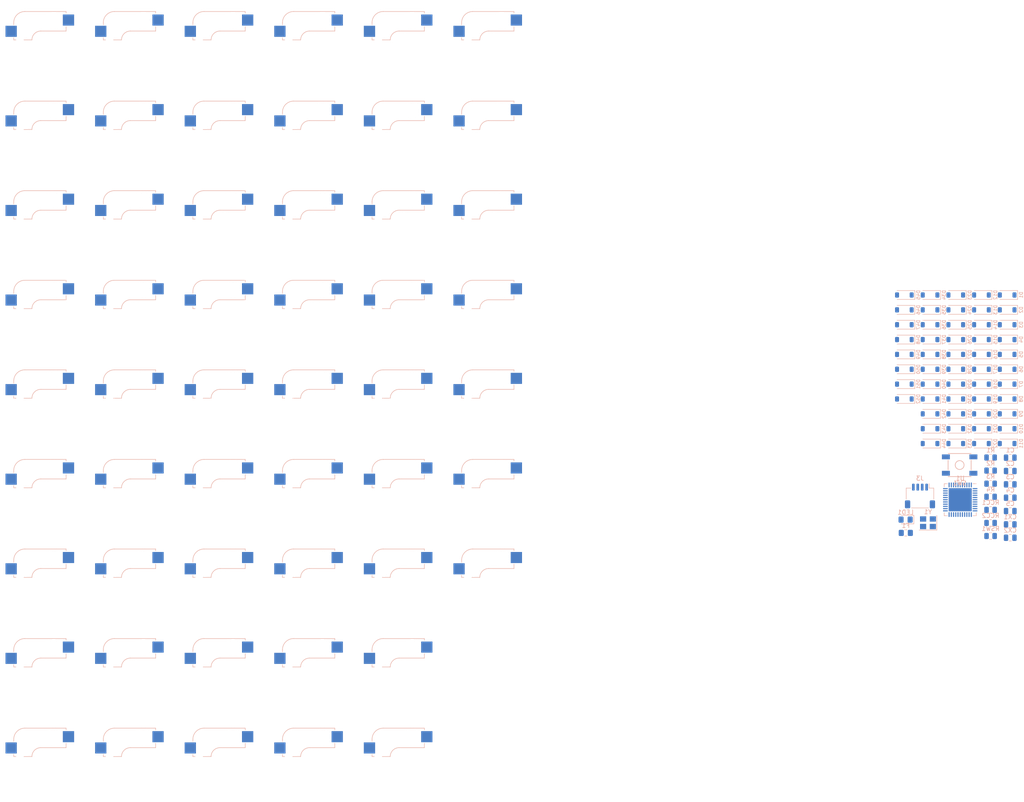
<source format=kicad_pcb>
(kicad_pcb (version 20221018) (generator pcbnew)
  (layers (0 "F.Cu" signal) (31 "B.Cu" signal) (34 "B.Paste" user) (35 "F.Paste" user) (36 "B.SilkS" user "B.Silkscreen") (37 "F.SilkS" user "F.Silkscreen") (38 "B.Mask" user) (39 "F.Mask" user) (44 "Edge.Cuts" user))
  (net 0 "")
  (net 1 "Net-(U1-UCAP)")
  (net 2 "GND")
  (net 3 "VCC")
  (net 4 "XTAL2")
  (net 5 "XTAL1")
  (net 6 "row0{slash}mosi")
  (net 7 "Net-(D1-A)")
  (net 8 "row1")
  (net 9 "Net-(D2-A)")
  (net 10 "row2")
  (net 11 "Net-(D3-A)")
  (net 12 "row3")
  (net 13 "Net-(D4-A)")
  (net 14 "Net-(D5-A)")
  (net 15 "Net-(D6-A)")
  (net 16 "Net-(D7-A)")
  (net 17 "Net-(D8-A)")
  (net 18 "Net-(D9-A)")
  (net 19 "Net-(D10-A)")
  (net 20 "Net-(D11-A)")
  (net 21 "Net-(D12-A)")
  (net 22 "Net-(D13-A)")
  (net 23 "Net-(D14-A)")
  (net 24 "Net-(D15-A)")
  (net 25 "Net-(D16-A)")
  (net 26 "Net-(D17-A)")
  (net 27 "Net-(D18-A)")
  (net 28 "Net-(D19-A)")
  (net 29 "Net-(D20-A)")
  (net 30 "Net-(D21-A)")
  (net 31 "Net-(D22-A)")
  (net 32 "Net-(D23-A)")
  (net 33 "Net-(D24-A)")
  (net 34 "Net-(D25-A)")
  (net 35 "Net-(D26-A)")
  (net 36 "Net-(D27-A)")
  (net 37 "Net-(D28-A)")
  (net 38 "Net-(D29-A)")
  (net 39 "Net-(D30-A)")
  (net 40 "Net-(D31-A)")
  (net 41 "Net-(D32-A)")
  (net 42 "Net-(D33-A)")
  (net 43 "Net-(D34-A)")
  (net 44 "Net-(D35-A)")
  (net 45 "Net-(D36-A)")
  (net 46 "Net-(D37-A)")
  (net 47 "Net-(D38-A)")
  (net 48 "Net-(D39-A)")
  (net 49 "Net-(D40-A)")
  (net 50 "Net-(D41-A)")
  (net 51 "Net-(D42-A)")
  (net 52 "Net-(D43-A)")
  (net 53 "Net-(D44-A)")
  (net 54 "Net-(D45-A)")
  (net 55 "Net-(D46-A)")
  (net 56 "Net-(D47-A)")
  (net 57 "Net-(D48-A)")
  (net 58 "Net-(D49-A)")
  (net 59 "Net-(D50-A)")
  (net 60 "Net-(D51-A)")
  (net 61 "Net-(D52-A)")
  (net 62 "VBUS")
  (net 63 "DBUS-")
  (net 64 "DBUS+")
  (net 65 "Net-(LED1-A)")
  (net 66 "col0")
  (net 67 "col1{slash}sck")
  (net 68 "col2{slash}miso")
  (net 69 "col3")
  (net 70 "col4")
  (net 71 "col5")
  (net 72 "col6")
  (net 73 "Net-(MX29-COL)")
  (net 74 "col8")
  (net 76 "col9")
  (net 78 "col10")
  (net 79 "col11")
  (net 80 "Net-(MX49-COL)")
  (net 81 "Net-(U1-~{HWB}{slash}PE2)")
  (net 82 "D+")
  (net 83 "D-")
  (net 84 "Net-(J1-CC1)")
  (net 85 "Net-(J1-CC2)")
  (net 86 "ISP_Reset")
  (net 89 "extra1")
  (net 90 "extra2")
  (net 91 "extra3")
  (net 92 "extra4")
  (net 93 "extra5")
  (net 94 "col7")
  (net 95 "col12")
  (footprint "MX_Only:MXOnly-1U-Hotswap" (layer "F.Cu") (at 105.36 143.515)
    (fp_text reference "MX42")
    (fp_text value "MX-NoLED")
    (pad "" np_thru_hole circle (at -5.08 0 48.0996) (size 1.75 1.75) (drill 1.75) (layers "*.Cu" "*.Mask"))
    (pad "" np_thru_hole circle (at -3.81 -2.54) (size 3 3) (drill 3) (layers "*.Cu" "*.Mask"))
    (pad "" np_thru_hole circle (at 0 0) (size 3.9878 3.9878) (drill 3.9878) (layers "*.Cu" "*.Mask"))
    (pad "" np_thru_hole circle (at 2.54 -5.08) (size 3 3) (drill 3) (layers "*.Cu" "*.Mask"))
    (pad "" np_thru_hole circle (at 5.08 0 48.0996) (size 1.75 1.75) (drill 1.75) (layers "*.Cu" "*.Mask"))
    (pad "1" smd rect (at -7.085 -2.54) (size 2.55 2.5) (layers "B.Cu" "B.Paste" "B.Mask") (net 78 "col10"))
    (pad "2" smd rect (at 5.842 -5.08) (size 2.55 2.5) (layers "B.Cu" "B.Paste" "B.Mask") (net 51 "Net-(D42-A)"))
  )
  (footprint "MX_Only:MXOnly-1U-Hotswap" (layer "F.Cu") (at 24.56 204.115)
    (fp_text reference "MX9")
    (fp_text value "MX-NoLED")
    (pad "" np_thru_hole circle (at -5.08 0 48.0996) (size 1.75 1.75) (drill 1.75) (layers "*.Cu" "*.Mask"))
    (pad "" np_thru_hole circle (at -3.81 -2.54) (size 3 3) (drill 3) (layers "*.Cu" "*.Mask"))
    (pad "" np_thru_hole circle (at 0 0) (size 3.9878 3.9878) (drill 3.9878) (layers "*.Cu" "*.Mask"))
    (pad "" np_thru_hole circle (at 2.54 -5.08) (size 3 3) (drill 3) (layers "*.Cu" "*.Mask"))
    (pad "" np_thru_hole circle (at 5.08 0 48.0996) (size 1.75 1.75) (drill 1.75) (layers "*.Cu" "*.Mask"))
    (pad "1" smd rect (at -7.085 -2.54) (size 2.55 2.5) (layers "B.Cu" "B.Paste" "B.Mask") (net 68 "col2{slash}miso"))
    (pad "2" smd rect (at 5.842 -5.08) (size 2.55 2.5) (layers "B.Cu" "B.Paste" "B.Mask") (net 18 "Net-(D9-A)"))
  )
  (footprint "MX_Only:MXOnly-1U-Hotswap" (layer "F.Cu") (at 24.56 82.915)
    (fp_text reference "MX3")
    (fp_text value "MX-NoLED")
    (pad "" np_thru_hole circle (at -5.08 0 48.0996) (size 1.75 1.75) (drill 1.75) (layers "*.Cu" "*.Mask"))
    (pad "" np_thru_hole circle (at -3.81 -2.54) (size 3 3) (drill 3) (layers "*.Cu" "*.Mask"))
    (pad "" np_thru_hole circle (at 0 0) (size 3.9878 3.9878) (drill 3.9878) (layers "*.Cu" "*.Mask"))
    (pad "" np_thru_hole circle (at 2.54 -5.08) (size 3 3) (drill 3) (layers "*.Cu" "*.Mask"))
    (pad "" np_thru_hole circle (at 5.08 0 48.0996) (size 1.75 1.75) (drill 1.75) (layers "*.Cu" "*.Mask"))
    (pad "1" smd rect (at -7.085 -2.54) (size 2.55 2.5) (layers "B.Cu" "B.Paste" "B.Mask") (net 66 "col0"))
    (pad "2" smd rect (at 5.842 -5.08) (size 2.55 2.5) (layers "B.Cu" "B.Paste" "B.Mask") (net 11 "Net-(D3-A)"))
  )
  (footprint "MX_Only:MXOnly-1U-Hotswap" (layer "F.Cu") (at 105.36 123.315)
    (fp_text reference "MX41")
    (fp_text value "MX-NoLED")
    (pad "" np_thru_hole circle (at -5.08 0 48.0996) (size 1.75 1.75) (drill 1.75) (layers "*.Cu" "*.Mask"))
    (pad "" np_thru_hole circle (at -3.81 -2.54) (size 3 3) (drill 3) (layers "*.Cu" "*.Mask"))
    (pad "" np_thru_hole circle (at 0 0) (size 3.9878 3.9878) (drill 3.9878) (layers "*.Cu" "*.Mask"))
    (pad "" np_thru_hole circle (at 2.54 -5.08) (size 3 3) (drill 3) (layers "*.Cu" "*.Mask"))
    (pad "" np_thru_hole circle (at 5.08 0 48.0996) (size 1.75 1.75) (drill 1.75) (layers "*.Cu" "*.Mask"))
    (pad "1" smd rect (at -7.085 -2.54) (size 2.55 2.5) (layers "B.Cu" "B.Paste" "B.Mask") (net 78 "col10"))
    (pad "2" smd rect (at 5.842 -5.08) (size 2.55 2.5) (layers "B.Cu" "B.Paste" "B.Mask") (net 50 "Net-(D41-A)"))
  )
  (footprint "MX_Only:MXOnly-1U-Hotswap" (layer "F.Cu") (at 64.96 163.715)
    (fp_text reference "MX25")
    (fp_text value "MX-NoLED")
    (pad "" np_thru_hole circle (at -5.08 0 48.0996) (size 1.75 1.75) (drill 1.75) (layers "*.Cu" "*.Mask"))
    (pad "" np_thru_hole circle (at -3.81 -2.54) (size 3 3) (drill 3) (layers "*.Cu" "*.Mask"))
    (pad "" np_thru_hole circle (at 0 0) (size 3.9878 3.9878) (drill 3.9878) (layers "*.Cu" "*.Mask"))
    (pad "" np_thru_hole circle (at 2.54 -5.08) (size 3 3) (drill 3) (layers "*.Cu" "*.Mask"))
    (pad "" np_thru_hole circle (at 5.08 0 48.0996) (size 1.75 1.75) (drill 1.75) (layers "*.Cu" "*.Mask"))
    (pad "1" smd rect (at -7.085 -2.54) (size 2.55 2.5) (layers "B.Cu" "B.Paste" "B.Mask") (net 72 "col6"))
    (pad "2" smd rect (at 5.842 -5.08) (size 2.55 2.5) (layers "B.Cu" "B.Paste" "B.Mask") (net 34 "Net-(D25-A)"))
  )
  (footprint "MX_Only:MXOnly-1U-Hotswap" (layer "F.Cu") (at 64.96 103.115)
    (fp_text reference "MX22")
    (fp_text value "MX-NoLED")
    (pad "" np_thru_hole circle (at -5.08 0 48.0996) (size 1.75 1.75) (drill 1.75) (layers "*.Cu" "*.Mask"))
    (pad "" np_thru_hole circle (at -3.81 -2.54) (size 3 3) (drill 3) (layers "*.Cu" "*.Mask"))
    (pad "" np_thru_hole circle (at 0 0) (size 3.9878 3.9878) (drill 3.9878) (layers "*.Cu" "*.Mask"))
    (pad "" np_thru_hole circle (at 2.54 -5.08) (size 3 3) (drill 3) (layers "*.Cu" "*.Mask"))
    (pad "" np_thru_hole circle (at 5.08 0 48.0996) (size 1.75 1.75) (drill 1.75) (layers "*.Cu" "*.Mask"))
    (pad "1" smd rect (at -7.085 -2.54) (size 2.55 2.5) (layers "B.Cu" "B.Paste" "B.Mask") (net 71 "col5"))
    (pad "2" smd rect (at 5.842 -5.08) (size 2.55 2.5) (layers "B.Cu" "B.Paste" "B.Mask") (net 31 "Net-(D22-A)"))
  )
  (footprint "MX_Only:MXOnly-1U-Hotswap" (layer "F.Cu") (at 125.56 103.115)
    (fp_text reference "MX49")
    (fp_text value "MX-NoLED")
    (pad "" np_thru_hole circle (at -5.08 0 48.0996) (size 1.75 1.75) (drill 1.75) (layers "*.Cu" "*.Mask"))
    (pad "" np_thru_hole circle (at -3.81 -2.54) (size 3 3) (drill 3) (layers "*.Cu" "*.Mask"))
    (pad "" np_thru_hole circle (at 0 0) (size 3.9878 3.9878) (drill 3.9878) (layers "*.Cu" "*.Mask"))
    (pad "" np_thru_hole circle (at 2.54 -5.08) (size 3 3) (drill 3) (layers "*.Cu" "*.Mask"))
    (pad "" np_thru_hole circle (at 5.08 0 48.0996) (size 1.75 1.75) (drill 1.75) (layers "*.Cu" "*.Mask"))
    (pad "1" smd rect (at -7.085 -2.54) (size 2.55 2.5) (layers "B.Cu" "B.Paste" "B.Mask") (net 80 "Net-(MX49-COL)"))
    (pad "2" smd rect (at 5.842 -5.08) (size 2.55 2.5) (layers "B.Cu" "B.Paste" "B.Mask") (net 58 "Net-(D49-A)"))
  )
  (footprint "MX_Only:MXOnly-1U-Hotswap" (layer "F.Cu") (at 44.76 42.515)
    (fp_text reference "MX10")
    (fp_text value "MX-NoLED")
    (pad "" np_thru_hole circle (at -5.08 0 48.0996) (size 1.75 1.75) (drill 1.75) (layers "*.Cu" "*.Mask"))
    (pad "" np_thru_hole circle (at -3.81 -2.54) (size 3 3) (drill 3) (layers "*.Cu" "*.Mask"))
    (pad "" np_thru_hole circle (at 0 0) (size 3.9878 3.9878) (drill 3.9878) (layers "*.Cu" "*.Mask"))
    (pad "" np_thru_hole circle (at 2.54 -5.08) (size 3 3) (drill 3) (layers "*.Cu" "*.Mask"))
    (pad "" np_thru_hole circle (at 5.08 0 48.0996) (size 1.75 1.75) (drill 1.75) (layers "*.Cu" "*.Mask"))
    (pad "1" smd rect (at -7.085 -2.54) (size 2.55 2.5) (layers "B.Cu" "B.Paste" "B.Mask") (net 68 "col2{slash}miso"))
    (pad "2" smd rect (at 5.842 -5.08) (size 2.55 2.5) (layers "B.Cu" "B.Paste" "B.Mask") (net 19 "Net-(D10-A)"))
  )
  (footprint "MX_Only:MXOnly-1U-Hotswap" (layer "F.Cu") (at 64.96 42.515)
    (fp_text reference "MX19")
    (fp_text value "MX-NoLED")
    (pad "" np_thru_hole circle (at -5.08 0 48.0996) (size 1.75 1.75) (drill 1.75) (layers "*.Cu" "*.Mask"))
    (pad "" np_thru_hole circle (at -3.81 -2.54) (size 3 3) (drill 3) (layers "*.Cu" "*.Mask"))
    (pad "" np_thru_hole circle (at 0 0) (size 3.9878 3.9878) (drill 3.9878) (layers "*.Cu" "*.Mask"))
    (pad "" np_thru_hole circle (at 2.54 -5.08) (size 3 3) (drill 3) (layers "*.Cu" "*.Mask"))
    (pad "" np_thru_hole circle (at 5.08 0 48.0996) (size 1.75 1.75) (drill 1.75) (layers "*.Cu" "*.Mask"))
    (pad "1" smd rect (at -7.085 -2.54) (size 2.55 2.5) (layers "B.Cu" "B.Paste" "B.Mask") (net 70 "col4"))
    (pad "2" smd rect (at 5.842 -5.08) (size 2.55 2.5) (layers "B.Cu" "B.Paste" "B.Mask") (net 28 "Net-(D19-A)"))
  )
  (footprint "MX_Only:MXOnly-1U-Hotswap" (layer "F.Cu") (at 64.96 82.915)
    (fp_text reference "MX21")
    (fp_text value "MX-NoLED")
    (pad "" np_thru_hole circle (at -5.08 0 48.0996) (size 1.75 1.75) (drill 1.75) (layers "*.Cu" "*.Mask"))
    (pad "" np_thru_hole circle (at -3.81 -2.54) (size 3 3) (drill 3) (layers "*.Cu" "*.Mask"))
    (pad "" np_thru_hole circle (at 0 0) (size 3.9878 3.9878) (drill 3.9878) (layers "*.Cu" "*.Mask"))
    (pad "" np_thru_hole circle (at 2.54 -5.08) (size 3 3) (drill 3) (layers "*.Cu" "*.Mask"))
    (pad "" np_thru_hole circle (at 5.08 0 48.0996) (size 1.75 1.75) (drill 1.75) (layers "*.Cu" "*.Mask"))
    (pad "1" smd rect (at -7.085 -2.54) (size 2.55 2.5) (layers "B.Cu" "B.Paste" "B.Mask") (net 71 "col5"))
    (pad "2" smd rect (at 5.842 -5.08) (size 2.55 2.5) (layers "B.Cu" "B.Paste" "B.Mask") (net 30 "Net-(D21-A)"))
  )
  (footprint "MX_Only:MXOnly-1U-Hotswap" (layer "F.Cu") (at 44.76 163.715)
    (fp_text reference "MX16")
    (fp_text value "MX-NoLED")
    (pad "" np_thru_hole circle (at -5.08 0 48.0996) (size 1.75 1.75) (drill 1.75) (layers "*.Cu" "*.Mask"))
    (pad "" np_thru_hole circle (at -3.81 -2.54) (size 3 3) (drill 3) (layers "*.Cu" "*.Mask"))
    (pad "" np_thru_hole circle (at 0 0) (size 3.9878 3.9878) (drill 3.9878) (layers "*.Cu" "*.Mask"))
    (pad "" np_thru_hole circle (at 2.54 -5.08) (size 3 3) (drill 3) (layers "*.Cu" "*.Mask"))
    (pad "" np_thru_hole circle (at 5.08 0 48.0996) (size 1.75 1.75) (drill 1.75) (layers "*.Cu" "*.Mask"))
    (pad "1" smd rect (at -7.085 -2.54) (size 2.55 2.5) (layers "B.Cu" "B.Paste" "B.Mask") (net 69 "col3"))
    (pad "2" smd rect (at 5.842 -5.08) (size 2.55 2.5) (layers "B.Cu" "B.Paste" "B.Mask") (net 25 "Net-(D16-A)"))
  )
  (footprint "MX_Only:MXOnly-1U-Hotswap" (layer "F.Cu") (at 85.16 123.315)
    (fp_text reference "MX32")
    (fp_text value "MX-NoLED")
    (pad "" np_thru_hole circle (at -5.08 0 48.0996) (size 1.75 1.75) (drill 1.75) (layers "*.Cu" "*.Mask"))
    (pad "" np_thru_hole circle (at -3.81 -2.54) (size 3 3) (drill 3) (layers "*.Cu" "*.Mask"))
    (pad "" np_thru_hole circle (at 0 0) (size 3.9878 3.9878) (drill 3.9878) (layers "*.Cu" "*.Mask"))
    (pad "" np_thru_hole circle (at 2.54 -5.08) (size 3 3) (drill 3) (layers "*.Cu" "*.Mask"))
    (pad "" np_thru_hole circle (at 5.08 0 48.0996) (size 1.75 1.75) (drill 1.75) (layers "*.Cu" "*.Mask"))
    (pad "1" smd rect (at -7.085 -2.54) (size 2.55 2.5) (layers "B.Cu" "B.Paste" "B.Mask") (net 73 "Net-(MX29-COL)"))
    (pad "2" smd rect (at 5.842 -5.08) (size 2.55 2.5) (layers "B.Cu" "B.Paste" "B.Mask") (net 41 "Net-(D32-A)"))
  )
  (footprint "MX_Only:MXOnly-1U-Hotswap" (layer "F.Cu") (at 24.56 183.915)
    (fp_text reference "MX8")
    (fp_text value "MX-NoLED")
    (pad "" np_thru_hole circle (at -5.08 0 48.0996) (size 1.75 1.75) (drill 1.75) (layers "*.Cu" "*.Mask"))
    (pad "" np_thru_hole circle (at -3.81 -2.54) (size 3 3) (drill 3) (layers "*.Cu" "*.Mask"))
    (pad "" np_thru_hole circle (at 0 0) (size 3.9878 3.9878) (drill 3.9878) (layers "*.Cu" "*.Mask"))
    (pad "" np_thru_hole circle (at 2.54 -5.08) (size 3 3) (drill 3) (layers "*.Cu" "*.Mask"))
    (pad "" np_thru_hole circle (at 5.08 0 48.0996) (size 1.75 1.75) (drill 1.75) (layers "*.Cu" "*.Mask"))
    (pad "1" smd rect (at -7.085 -2.54) (size 2.55 2.5) (layers "B.Cu" "B.Paste" "B.Mask") (net 67 "col1{slash}sck"))
    (pad "2" smd rect (at 5.842 -5.08) (size 2.55 2.5) (layers "B.Cu" "B.Paste" "B.Mask") (net 17 "Net-(D8-A)"))
  )
  (footprint "MX_Only:MXOnly-1U-Hotswap" (layer "F.Cu") (at 85.16 143.515)
    (fp_text reference "MX33")
    (fp_text value "MX-NoLED")
    (pad "" np_thru_hole circle (at -5.08 0 48.0996) (size 1.75 1.75) (drill 1.75) (layers "*.Cu" "*.Mask"))
    (pad "" np_thru_hole circle (at -3.81 -2.54) (size 3 3) (drill 3) (layers "*.Cu" "*.Mask"))
    (pad "" np_thru_hole circle (at 0 0) (size 3.9878 3.9878) (drill 3.9878) (layers "*.Cu" "*.Mask"))
    (pad "" np_thru_hole circle (at 2.54 -5.08) (size 3 3) (drill 3) (layers "*.Cu" "*.Mask"))
    (pad "" np_thru_hole circle (at 5.08 0 48.0996) (size 1.75 1.75) (drill 1.75) (layers "*.Cu" "*.Mask"))
    (pad "1" smd rect (at -7.085 -2.54) (size 2.55 2.5) (layers "B.Cu" "B.Paste" "B.Mask") (net 74 "col8"))
    (pad "2" smd rect (at 5.842 -5.08) (size 2.55 2.5) (layers "B.Cu" "B.Paste" "B.Mask") (net 42 "Net-(D33-A)"))
  )
  (footprint "MX_Only:MXOnly-1U-Hotswap" (layer "F.Cu") (at 105.36 42.515)
    (fp_text reference "MX37")
    (fp_text value "MX-NoLED")
    (pad "" np_thru_hole circle (at -5.08 0 48.0996) (size 1.75 1.75) (drill 1.75) (layers "*.Cu" "*.Mask"))
    (pad "" np_thru_hole circle (at -3.81 -2.54) (size 3 3) (drill 3) (layers "*.Cu" "*.Mask"))
    (pad "" np_thru_hole circle (at 0 0) (size 3.9878 3.9878) (drill 3.9878) (layers "*.Cu" "*.Mask"))
    (pad "" np_thru_hole circle (at 2.54 -5.08) (size 3 3) (drill 3) (layers "*.Cu" "*.Mask"))
    (pad "" np_thru_hole circle (at 5.08 0 48.0996) (size 1.75 1.75) (drill 1.75) (layers "*.Cu" "*.Mask"))
    (pad "1" smd rect (at -7.085 -2.54) (size 2.55 2.5) (layers "B.Cu" "B.Paste" "B.Mask") (net 76 "col9"))
    (pad "2" smd rect (at 5.842 -5.08) (size 2.55 2.5) (layers "B.Cu" "B.Paste" "B.Mask") (net 46 "Net-(D37-A)"))
  )
  (footprint "MX_Only:MXOnly-1U-Hotswap" (layer "F.Cu") (at 85.16 163.715)
    (fp_text reference "MX34")
    (fp_text value "MX-NoLED")
    (pad "" np_thru_hole circle (at -5.08 0 48.0996) (size 1.75 1.75) (drill 1.75) (layers "*.Cu" "*.Mask"))
    (pad "" np_thru_hole circle (at -3.81 -2.54) (size 3 3) (drill 3) (layers "*.Cu" "*.Mask"))
    (pad "" np_thru_hole circle (at 0 0) (size 3.9878 3.9878) (drill 3.9878) (layers "*.Cu" "*.Mask"))
    (pad "" np_thru_hole circle (at 2.54 -5.08) (size 3 3) (drill 3) (layers "*.Cu" "*.Mask"))
    (pad "" np_thru_hole circle (at 5.08 0 48.0996) (size 1.75 1.75) (drill 1.75) (layers "*.Cu" "*.Mask"))
    (pad "1" smd rect (at -7.085 -2.54) (size 2.55 2.5) (layers "B.Cu" "B.Paste" "B.Mask"))
    (pad "2" smd rect (at 5.842 -5.08) (size 2.55 2.5) (layers "B.Cu" "B.Paste" "B.Mask") (net 43 "Net-(D34-A)"))
  )
  (footprint "MX_Only:MXOnly-1U-Hotswap" (layer "F.Cu") (at 85.16 42.515)
    (fp_text reference "MX28")
    (fp_text value "MX-NoLED")
    (pad "" np_thru_hole circle (at -5.08 0 48.0996) (size 1.75 1.75) (drill 1.75) (layers "*.Cu" "*.Mask"))
    (pad "" np_thru_hole circle (at -3.81 -2.54) (size 3 3) (drill 3) (layers "*.Cu" "*.Mask"))
    (pad "" np_thru_hole circle (at 0 0) (size 3.9878 3.9878) (drill 3.9878) (layers "*.Cu" "*.Mask"))
    (pad "" np_thru_hole circle (at 2.54 -5.08) (size 3 3) (drill 3) (layers "*.Cu" "*.Mask"))
    (pad "" np_thru_hole circle (at 5.08 0 48.0996) (size 1.75 1.75) (drill 1.75) (layers "*.Cu" "*.Mask"))
    (pad "1" smd rect (at -7.085 -2.54) (size 2.55 2.5) (layers "B.Cu" "B.Paste" "B.Mask") (net 72 "col6"))
    (pad "2" smd rect (at 5.842 -5.08) (size 2.55 2.5) (layers "B.Cu" "B.Paste" "B.Mask") (net 37 "Net-(D28-A)"))
  )
  (footprint "MX_Only:MXOnly-1U-Hotswap" (layer "F.Cu") (at 125.56 62.715)
    (fp_text reference "MX47")
    (fp_text value "MX-NoLED")
    (pad "" np_thru_hole circle (at -5.08 0 48.0996) (size 1.75 1.75) (drill 1.75) (layers "*.Cu" "*.Mask"))
    (pad "" np_thru_hole circle (at -3.81 -2.54) (size 3 3) (drill 3) (layers "*.Cu" "*.Mask"))
    (pad "" np_thru_hole circle (at 0 0) (size 3.9878 3.9878) (drill 3.9878) (layers "*.Cu" "*.Mask"))
    (pad "" np_thru_hole circle (at 2.54 -5.08) (size 3 3) (drill 3) (layers "*.Cu" "*.Mask"))
    (pad "" np_thru_hole circle (at 5.08 0 48.0996) (size 1.75 1.75) (drill 1.75) (layers "*.Cu" "*.Mask"))
    (pad "1" smd rect (at -7.085 -2.54) (size 2.55 2.5) (layers "B.Cu" "B.Paste" "B.Mask") (net 79 "col11"))
    (pad "2" smd rect (at 5.842 -5.08) (size 2.55 2.5) (layers "B.Cu" "B.Paste" "B.Mask") (net 56 "Net-(D47-A)"))
  )
  (footprint "MX_Only:MXOnly-1U-Hotswap" (layer "F.Cu") (at 105.36 204.115)
    (fp_text reference "MX45")
    (fp_text value "MX-NoLED")
    (pad "" np_thru_hole circle (at -5.08 0 48.0996) (size 1.75 1.75) (drill 1.75) (layers "*.Cu" "*.Mask"))
    (pad "" np_thru_hole circle (at -3.81 -2.54) (size 3 3) (drill 3) (layers "*.Cu" "*.Mask"))
    (pad "" np_thru_hole circle (at 0 0) (size 3.9878 3.9878) (drill 3.9878) (layers "*.Cu" "*.Mask"))
    (pad "" np_thru_hole circle (at 2.54 -5.08) (size 3 3) (drill 3) (layers "*.Cu" "*.Mask"))
    (pad "" np_thru_hole circle (at 5.08 0 48.0996) (size 1.75 1.75) (drill 1.75) (layers "*.Cu" "*.Mask"))
    (pad "1" smd rect (at -7.085 -2.54) (size 2.55 2.5) (layers "B.Cu" "B.Paste" "B.Mask") (net 79 "col11"))
    (pad "2" smd rect (at 5.842 -5.08) (size 2.55 2.5) (layers "B.Cu" "B.Paste" "B.Mask") (net 54 "Net-(D45-A)"))
  )
  (footprint "MX_Only:MXOnly-1U-Hotswap" (layer "F.Cu") (at 24.56 103.115)
    (fp_text reference "MX4")
    (fp_text value "MX-NoLED")
    (pad "" np_thru_hole circle (at -5.08 0 48.0996) (size 1.75 1.75) (drill 1.75) (layers "*.Cu" "*.Mask"))
    (pad "" np_thru_hole circle (at -3.81 -2.54) (size 3 3) (drill 3) (layers "*.Cu" "*.Mask"))
    (pad "" np_thru_hole circle (at 0 0) (size 3.9878 3.9878) (drill 3.9878) (layers "*.Cu" "*.Mask"))
    (pad "" np_thru_hole circle (at 2.54 -5.08) (size 3 3) (drill 3) (layers "*.Cu" "*.Mask"))
    (pad "" np_thru_hole circle (at 5.08 0 48.0996) (size 1.75 1.75) (drill 1.75) (layers "*.Cu" "*.Mask"))
    (pad "1" smd rect (at -7.085 -2.54) (size 2.55 2.5) (layers "B.Cu" "B.Paste" "B.Mask") (net 66 "col0"))
    (pad "2" smd rect (at 5.842 -5.08) (size 2.55 2.5) (layers "B.Cu" "B.Paste" "B.Mask") (net 13 "Net-(D4-A)"))
  )
  (footprint "MX_Only:MXOnly-1U-Hotswap" (layer "F.Cu") (at 85.16 62.715)
    (fp_text reference "MX29")
    (fp_text value "MX-NoLED")
    (pad "" np_thru_hole circle (at -5.08 0 48.0996) (size 1.75 1.75) (drill 1.75) (layers "*.Cu" "*.Mask"))
    (pad "" np_thru_hole circle (at -3.81 -2.54) (size 3 3) (drill 3) (layers "*.Cu" "*.Mask"))
    (pad "" np_thru_hole circle (at 0 0) (size 3.9878 3.9878) (drill 3.9878) (layers "*.Cu" "*.Mask"))
    (pad "" np_thru_hole circle (at 2.54 -5.08) (size 3 3) (drill 3) (layers "*.Cu" "*.Mask"))
    (pad "" np_thru_hole circle (at 5.08 0 48.0996) (size 1.75 1.75) (drill 1.75) (layers "*.Cu" "*.Mask"))
    (pad "1" smd rect (at -7.085 -2.54) (size 2.55 2.5) (layers "B.Cu" "B.Paste" "B.Mask") (net 73 "Net-(MX29-COL)"))
    (pad "2" smd rect (at 5.842 -5.08) (size 2.55 2.5) (layers "B.Cu" "B.Paste" "B.Mask") (net 38 "Net-(D29-A)"))
  )
  (footprint "MX_Only:MXOnly-1U-Hotswap" (layer "F.Cu") (at 24.56 163.715)
    (fp_text reference "MX7")
    (fp_text value "MX-NoLED")
    (pad "" np_thru_hole circle (at -5.08 0 48.0996) (size 1.75 1.75) (drill 1.75) (layers "*.Cu" "*.Mask"))
    (pad "" np_thru_hole circle (at -3.81 -2.54) (size 3 3) (drill 3) (layers "*.Cu" "*.Mask"))
    (pad "" np_thru_hole circle (at 0 0) (size 3.9878 3.9878) (drill 3.9878) (layers "*.Cu" "*.Mask"))
    (pad "" np_thru_hole circle (at 2.54 -5.08) (size 3 3) (drill 3) (layers "*.Cu" "*.Mask"))
    (pad "" np_thru_hole circle (at 5.08 0 48.0996) (size 1.75 1.75) (drill 1.75) (layers "*.Cu" "*.Mask"))
    (pad "1" smd rect (at -7.085 -2.54) (size 2.55 2.5) (layers "B.Cu" "B.Paste" "B.Mask") (net 67 "col1{slash}sck"))
    (pad "2" smd rect (at 5.842 -5.08) (size 2.55 2.5) (layers "B.Cu" "B.Paste" "B.Mask") (net 16 "Net-(D7-A)"))
  )
  (footprint "MX_Only:MXOnly-1U-Hotswap" (layer "F.Cu") (at 44.76 204.115)
    (fp_text reference "MX18")
    (fp_text value "MX-NoLED")
    (pad "" np_thru_hole circle (at -5.08 0 48.0996) (size 1.75 1.75) (drill 1.75) (layers "*.Cu" "*.Mask"))
    (pad "" np_thru_hole circle (at -3.81 -2.54) (size 3 3) (drill 3) (layers "*.Cu" "*.Mask"))
    (pad "" np_thru_hole circle (at 0 0) (size 3.9878 3.9878) (drill 3.9878) (layers "*.Cu" "*.Mask"))
    (pad "" np_thru_hole circle (at 2.54 -5.08) (size 3 3) (drill 3) (layers "*.Cu" "*.Mask"))
    (pad "" np_thru_hole circle (at 5.08 0 48.0996) (size 1.75 1.75) (drill 1.75) (layers "*.Cu" "*.Mask"))
    (pad "1" smd rect (at -7.085 -2.54) (size 2.55 2.5) (layers "B.Cu" "B.Paste" "B.Mask") (net 70 "col4"))
    (pad "2" smd rect (at 5.842 -5.08) (size 2.55 2.5) (layers "B.Cu" "B.Paste" "B.Mask") (net 27 "Net-(D18-A)"))
  )
  (footprint "MX_Only:MXOnly-1U-Hotswap" (layer "F.Cu") (at 105.36 82.915)
    (fp_text reference "MX39")
    (fp_text value "MX-NoLED")
    (pad "" np_thru_hole circle (at -5.08 0 48.0996) (size 1.75 1.75) (drill 1.75) (layers "*.Cu" "*.Mask"))
    (pad "" np_thru_hole circle (at -3.81 -2.54) (size 3 3) (drill 3) (layers "*.Cu" "*.Mask"))
    (pad "" np_thru_hole circle (at 0 0) (size 3.9878 3.9878) (drill 3.9878) (layers "*.Cu" "*.Mask"))
    (pad "" np_thru_hole circle (at 2.54 -5.08) (size 3 3) (drill 3) (layers "*.Cu" "*.Mask"))
    (pad "" np_thru_hole circle (at 5.08 0 48.0996) (size 1.75 1.75) (drill 1.75) (layers "*.Cu" "*.Mask"))
    (pad "1" smd rect (at -7.085 -2.54) (size 2.55 2.5) (layers "B.Cu" "B.Paste" "B.Mask") (net 76 "col9"))
    (pad "2" smd rect (at 5.842 -5.08) (size 2.55 2.5) (layers "B.Cu" "B.Paste" "B.Mask") (net 48 "Net-(D39-A)"))
  )
  (footprint "MX_Only:MXOnly-1U-Hotswap" (layer "F.Cu") (at 64.96 143.515)
    (fp_text reference "MX24")
    (fp_text value "MX-NoLED")
    (pad "" np_thru_hole circle (at -5.08 0 48.0996) (size 1.75 1.75) (drill 1.75) (layers "*.Cu" "*.Mask"))
    (pad "" np_thru_hole circle (at -3.81 -2.54) (size 3 3) (drill 3) (layers "*.Cu" "*.Mask"))
    (pad "" np_thru_hole circle (at 0 0) (size 3.9878 3.9878) (drill 3.9878) (layers "*.Cu" "*.Mask"))
    (pad "" np_thru_hole circle (at 2.54 -5.08) (size 3 3) (drill 3) (layers "*.Cu" "*.Mask"))
    (pad "" np_thru_hole circle (at 5.08 0 48.0996) (size 1.75 1.75) (drill 1.75) (layers "*.Cu" "*.Mask"))
    (pad "1" smd rect (at -7.085 -2.54) (size 2.55 2.5) (layers "B.Cu" "B.Paste" "B.Mask") (net 71 "col5"))
    (pad "2" smd rect (at 5.842 -5.08) (size 2.55 2.5) (layers "B.Cu" "B.Paste" "B.Mask") (net 33 "Net-(D24-A)"))
  )
  (footprint "MX_Only:MXOnly-1U-Hotswap" (layer "F.Cu") (at 105.36 163.715)
    (fp_text reference "MX43")
    (fp_text value "MX-NoLED")
    (pad "" np_thru_hole circle (at -5.08 0 48.0996) (size 1.75 1.75) (drill 1.75) (layers "*.Cu" "*.Mask"))
    (pad "" np_thru_hole circle (at -3.81 -2.54) (size 3 3) (drill 3) (layers "*.Cu" "*.Mask"))
    (pad "" np_thru_hole circle (at 0 0) (size 3.9878 3.9878) (drill 3.9878) (layers "*.Cu" "*.Mask"))
    (pad "" np_thru_hole circle (at 2.54 -5.08) (size 3 3) (drill 3) (layers "*.Cu" "*.Mask"))
    (pad "" np_thru_hole circle (at 5.08 0 48.0996) (size 1.75 1.75) (drill 1.75) (layers "*.Cu" "*.Mask"))
    (pad "1" smd rect (at -7.085 -2.54) (size 2.55 2.5) (layers "B.Cu" "B.Paste" "B.Mask") (net 78 "col10"))
    (pad "2" smd rect (at 5.842 -5.08) (size 2.55 2.5) (layers "B.Cu" "B.Paste" "B.Mask") (net 52 "Net-(D43-A)"))
  )
  (footprint "MX_Only:MXOnly-1U-Hotswap" (layer "F.Cu") (at 44.76 103.115)
    (fp_text reference "MX13")
    (fp_text value "MX-NoLED")
    (pad "" np_thru_hole circle (at -5.08 0 48.0996) (size 1.75 1.75) (drill 1.75) (layers "*.Cu" "*.Mask"))
    (pad "" np_thru_hole circle (at -3.81 -2.54) (size 3 3) (drill 3) (layers "*.Cu" "*.Mask"))
    (pad "" np_thru_hole circle (at 0 0) (size 3.9878 3.9878) (drill 3.9878) (layers "*.Cu" "*.Mask"))
    (pad "" np_thru_hole circle (at 2.54 -5.08) (size 3 3) (drill 3) (layers "*.Cu" "*.Mask"))
    (pad "" np_thru_hole circle (at 5.08 0 48.0996) (size 1.75 1.75) (drill 1.75) (layers "*.Cu" "*.Mask"))
    (pad "1" smd rect (at -7.085 -2.54) (size 2.55 2.5) (layers "B.Cu" "B.Paste" "B.Mask") (net 69 "col3"))
    (pad "2" smd rect (at 5.842 -5.08) (size 2.55 2.5) (layers "B.Cu" "B.Paste" "B.Mask") (net 22 "Net-(D13-A)"))
  )
  (footprint "MX_Only:MXOnly-1U-Hotswap" (layer "F.Cu") (at 24.56 143.515)
    (fp_text reference "MX6")
    (fp_text value "MX-NoLED")
    (pad "" np_thru_hole circle (at -5.08 0 48.0996) (size 1.75 1.75) (drill 1.75) (layers "*.Cu" "*.Mask"))
    (pad "" np_thru_hole circle (at -3.81 -2.54) (size 3 3) (drill 3) (layers "*.Cu" "*.Mask"))
    (pad "" np_thru_hole circle (at 0 0) (size 3.9878 3.9878) (drill 3.9878) (layers "*.Cu" "*.Mask"))
    (pad "" np_thru_hole circle (at 2.54 -5.08) (size 3 3) (drill 3) (layers "*.Cu" "*.Mask"))
    (pad "" np_thru_hole circle (at 5.08 0 48.0996) (size 1.75 1.75) (drill 1.75) (layers "*.Cu" "*.Mask"))
    (pad "1" smd rect (at -7.085 -2.54) (size 2.55 2.5) (layers "B.Cu" "B.Paste" "B.Mask") (net 67 "col1{slash}sck"))
    (pad "2" smd rect (at 5.842 -5.08) (size 2.55 2.5) (layers "B.Cu" "B.Paste" "B.Mask") (net 15 "Net-(D6-A)"))
  )
  (footprint "MX_Only:MXOnly-1U-Hotswap" (layer "F.Cu") (at 85.16 204.115)
    (fp_text reference "MX36")
    (fp_text value "MX-NoLED")
    (pad "" np_thru_hole circle (at -5.08 0 48.0996) (size 1.75 1.75) (drill 1.75) (layers "*.Cu" "*.Mask"))
    (pad "" np_thru_hole circle (at -3.81 -2.54) (size 3 3) (drill 3) (layers "*.Cu" "*.Mask"))
    (pad "" np_thru_hole circle (at 0 0) (size 3.9878 3.9878) (drill 3.9878) (layers "*.Cu" "*.Mask"))
    (pad "" np_thru_hole circle (at 2.54 -5.08) (size 3 3) (drill 3) (layers "*.Cu" "*.Mask"))
    (pad "" np_thru_hole circle (at 5.08 0 48.0996) (size 1.75 1.75) (drill 1.75) (layers "*.Cu" "*.Mask"))
    (pad "1" smd rect (at -7.085 -2.54) (size 2.55 2.5) (layers "B.Cu" "B.Paste" "B.Mask") (net 74 "col8"))
    (pad "2" smd rect (at 5.842 -5.08) (size 2.55 2.5) (layers "B.Cu" "B.Paste" "B.Mask") (net 45 "Net-(D36-A)"))
  )
  (footprint "MX_Only:MXOnly-1U-Hotswap" (layer "F.Cu") (at 85.16 82.915)
    (fp_text reference "MX30")
    (fp_text value "MX-NoLED")
    (pad "" np_thru_hole circle (at -5.08 0 48.0996) (size 1.75 1.75) (drill 1.75) (layers "*.Cu" "*.Mask"))
    (pad "" np_thru_hole circle (at -3.81 -2.54) (size 3 3) (drill 3) (layers "*.Cu" "*.Mask"))
    (pad "" np_thru_hole circle (at 0 0) (size 3.9878 3.9878) (drill 3.9878) (layers "*.Cu" "*.Mask"))
    (pad "" np_thru_hole circle (at 2.54 -5.08) (size 3 3) (drill 3) (layers "*.Cu" "*.Mask"))
    (pad "" np_thru_hole circle (at 5.08 0 48.0996) (size 1.75 1.75) (drill 1.75) (layers "*.Cu" "*.Mask"))
    (pad "1" smd rect (at -7.085 -2.54) (size 2.55 2.5) (layers "B.Cu" "B.Paste" "B.Mask") (net 73 "Net-(MX29-COL)"))
    (pad "2" smd rect (at 5.842 -5.08) (size 2.55 2.5) (layers "B.Cu" "B.Paste" "B.Mask") (net 39 "Net-(D30-A)"))
  )
  (footprint "MX_Only:MXOnly-1U-Hotswap" (layer "F.Cu") (at 85.16 183.915)
    (fp_text reference "MX35")
    (fp_text value "MX-NoLED")
    (pad "" np_thru_hole circle (at -5.08 0 48.0996) (size 1.75 1.75) (drill 1.75) (layers "*.Cu" "*.Mask"))
    (pad "" np_thru_hole circle (at -3.81 -2.54) (size 3 3) (drill 3) (layers "*.Cu" "*.Mask"))
    (pad "" np_thru_hole circle (at 0 0) (size 3.9878 3.9878) (drill 3.9878) (layers "*.Cu" "*.Mask"))
    (pad "" np_thru_hole circle (at 2.54 -5.08) (size 3 3) (drill 3) (layers "*.Cu" "*.Mask"))
    (pad "" np_thru_hole circle (at 5.08 0 48.0996) (size 1.75 1.75) (drill 1.75) (layers "*.Cu" "*.Mask"))
    (pad "1" smd rect (at -7.085 -2.54) (size 2.55 2.5) (layers "B.Cu" "B.Paste" "B.Mask") (net 74 "col8"))
    (pad "2" smd rect (at 5.842 -5.08) (size 2.55 2.5) (layers "B.Cu" "B.Paste" "B.Mask") (net 44 "Net-(D35-A)"))
  )
  (footprint "MX_Only:MXOnly-1U-Hotswap" (layer "F.Cu") (at 44.76 143.515)
    (fp_text reference "MX15")
    (fp_text value "MX-NoLED")
    (pad "" np_thru_hole circle (at -5.08 0 48.0996) (size 1.75 1.75) (drill 1.75) (layers "*.Cu" "*.Mask"))
    (pad "" np_thru_hole circle (at -3.81 -2.54) (size 3 3) (drill 3) (layers "*.Cu" "*.Mask"))
    (pad "" np_thru_hole circle (at 0 0) (size 3.9878 3.9878) (drill 3.9878) (layers "*.Cu" "*.Mask"))
    (pad "" np_thru_hole circle (at 2.54 -5.08) (size 3 3) (drill 3) (layers "*.Cu" "*.Mask"))
    (pad "" np_thru_hole circle (at 5.08 0 48.0996) (size 1.75 1.75) (drill 1.75) (layers "*.Cu" "*.Mask"))
    (pad "1" smd rect (at -7.085 -2.54) (size 2.55 2.5) (layers "B.Cu" "B.Paste" "B.Mask") (net 69 "col3"))
    (pad "2" smd rect (at 5.842 -5.08) (size 2.55 2.5) (layers "B.Cu" "B.Paste" "B.Mask") (net 24 "Net-(D15-A)"))
  )
  (footprint "MX_Only:MXOnly-1U-Hotswap" (layer "F.Cu") (at 125.56 82.915)
    (fp_text reference "MX48")
    (fp_text value "MX-NoLED")
    (pad "" np_thru_hole circle (at -5.08 0 48.0996) (size 1.75 1.75) (drill 1.75) (layers "*.Cu" "*.Mask"))
    (pad "" np_thru_hole circle (at -3.81 -2.54) (size 3 3) (drill 3) (layers "*.Cu" "*.Mask"))
    (pad "" np_thru_hole circle (at 0 0) (size 3.9878 3.9878) (drill 3.9878) (layers "*.Cu" "*.Mask"))
    (pad "" np_thru_hole circle (at 2.54 -5.08) (size 3 3) (drill 3) (layers "*.Cu" "*.Mask"))
    (pad "" np_thru_hole circle (at 5.08 0 48.0996) (size 1.75 1.75) (drill 1.75) (layers "*.Cu" "*.Mask"))
    (pad "1" smd rect (at -7.085 -2.54) (size 2.55 2.5) (layers "B.Cu" "B.Paste" "B.Mask") (net 79 "col11"))
    (pad "2" smd rect (at 5.842 -5.08) (size 2.55 2.5) (layers "B.Cu" "B.Paste" "B.Mask") (net 57 "Net-(D48-A)"))
  )
  (footprint "MX_Only:MXOnly-1U-Hotswap" (layer "F.Cu") (at 85.16 103.115)
    (fp_text reference "MX31")
    (fp_text value "MX-NoLED")
    (pad "" np_thru_hole circle (at -5.08 0 48.0996) (size 1.75 1.75) (drill 1.75) (layers "*.Cu" "*.Mask"))
    (pad "" np_thru_hole circle (at -3.81 -2.54) (size 3 3) (drill 3) (layers "*.Cu" "*.Mask"))
    (pad "" np_thru_hole circle (at 0 0) (size 3.9878 3.9878) (drill 3.9878) (layers "*.Cu" "*.Mask"))
    (pad "" np_thru_hole circle (at 2.54 -5.08) (size 3 3) (drill 3) (layers "*.Cu" "*.Mask"))
    (pad "" np_thru_hole circle (at 5.08 0 48.0996) (size 1.75 1.75) (drill 1.75) (layers "*.Cu" "*.Mask"))
    (pad "1" smd rect (at -7.085 -2.54) (size 2.55 2.5) (layers "B.Cu" "B.Paste" "B.Mask") (net 73 "Net-(MX29-COL)"))
    (pad "2" smd rect (at 5.842 -5.08) (size 2.55 2.5) (layers "B.Cu" "B.Paste" "B.Mask") (net 40 "Net-(D31-A)"))
  )
  (footprint "MX_Only:MXOnly-1U-Hotswap" (layer "F.Cu") (at 44.76 183.915)
    (fp_text reference "MX17")
    (fp_text value "MX-NoLED")
    (pad "" np_thru_hole circle (at -5.08 0 48.0996) (size 1.75 1.75) (drill 1.75) (layers "*.Cu" "*.Mask"))
    (pad "" np_thru_hole circle (at -3.81 -2.54) (size 3 3) (drill 3) (layers "*.Cu" "*.Mask"))
    (pad "" np_thru_hole circle (at 0 0) (size 3.9878 3.9878) (drill 3.9878) (layers "*.Cu" "*.Mask"))
    (pad "" np_thru_hole circle (at 2.54 -5.08) (size 3 3) (drill 3) (layers "*.Cu" "*.Mask"))
    (pad "" np_thru_hole circle (at 5.08 0 48.0996) (size 1.75 1.75) (drill 1.75) (layers "*.Cu" "*.Mask"))
    (pad "1" smd rect (at -7.085 -2.54) (size 2.55 2.5) (layers "B.Cu" "B.Paste" "B.Mask") (net 70 "col4"))
    (pad "2" smd rect (at 5.842 -5.08) (size 2.55 2.5) (layers "B.Cu" "B.Paste" "B.Mask") (net 26 "Net-(D17-A)"))
  )
  (footprint "MX_Only:MXOnly-1U-Hotswap" (layer "F.Cu") (at 125.56 143.515)
    (fp_text reference "MX51")
    (fp_text value "MX-NoLED")
    (pad "" np_thru_hole circle (at -5.08 0 48.0996) (size 1.75 1.75) (drill 1.75) (layers "*.Cu" "*.Mask"))
    (pad "" np_thru_hole circle (at -3.81 -2.54) (size 3 3) (drill 3) (layers "*.Cu" "*.Mask"))
    (pad "" np_thru_hole circle (at 0 0) (size 3.9878 3.9878) (drill 3.9878) (layers "*.Cu" "*.Mask"))
    (pad "" np_thru_hole circle (at 2.54 -5.08) (size 3 3) (drill 3) (layers "*.Cu" "*.Mask"))
    (pad "" np_thru_hole circle (at 5.08 0 48.0996) (size 1.75 1.75) (drill 1.75) (layers "*.Cu" "*.Mask"))
    (pad "1" smd rect (at -7.085 -2.54) (size 2.55 2.5) (layers "B.Cu" "B.Paste" "B.Mask") (net 80 "Net-(MX49-COL)"))
    (pad "2" smd rect (at 5.842 -5.08) (size 2.55 2.5) (layers "B.Cu" "B.Paste" "B.Mask") (net 60 "Net-(D51-A)"))
  )
  (footprint "MX_Only:MXOnly-1U-Hotswap" (layer "F.Cu") (at 105.36 183.915)
    (fp_text reference "MX44")
    (fp_text value "MX-NoLED")
    (pad "" np_thru_hole circle (at -5.08 0 48.0996) (size 1.75 1.75) (drill 1.75) (layers "*.Cu" "*.Mask"))
    (pad "" np_thru_hole circle (at -3.81 -2.54) (size 3 3) (drill 3) (layers "*.Cu" "*.Mask"))
    (pad "" np_thru_hole circle (at 0 0) (size 3.9878 3.9878) (drill 3.9878) (layers "*.Cu" "*.Mask"))
    (pad "" np_thru_hole circle (at 2.54 -5.08) (size 3 3) (drill 3) (layers "*.Cu" "*.Mask"))
    (pad "" np_thru_hole circle (at 5.08 0 48.0996) (size 1.75 1.75) (drill 1.75) (layers "*.Cu" "*.Mask"))
    (pad "1" smd rect (at -7.085 -2.54) (size 2.55 2.5) (layers "B.Cu" "B.Paste" "B.Mask") (net 78 "col10"))
    (pad "2" smd rect (at 5.842 -5.08) (size 2.55 2.5) (layers "B.Cu" "B.Paste" "B.Mask") (net 53 "Net-(D44-A)"))
  )
  (footprint "MX_Only:MXOnly-1U-Hotswap" (layer "F.Cu") (at 64.96 204.115)
    (fp_text reference "MX27")
    (fp_text value "MX-NoLED")
    (pad "" np_thru_hole circle (at -5.08 0 48.0996) (size 1.75 1.75) (drill 1.75) (layers "*.Cu" "*.Mask"))
    (pad "" np_thru_hole circle (at -3.81 -2.54) (size 3 3) (drill 3) (layers "*.Cu" "*.Mask"))
    (pad "" np_thru_hole circle (at 0 0) (size 3.9878 3.9878) (drill 3.9878) (layers "*.Cu" "*.Mask"))
    (pad "" np_thru_hole circle (at 2.54 -5.08) (size 3 3) (drill 3) (layers "*.Cu" "*.Mask"))
    (pad "" np_thru_hole circle (at 5.08 0 48.0996) (size 1.75 1.75) (drill 1.75) (layers "*.Cu" "*.Mask"))
    (pad "1" smd rect (at -7.085 -2.54) (size 2.55 2.5) (layers "B.Cu" "B.Paste" "B.Mask") (net 72 "col6"))
    (pad "2" smd rect (at 5.842 -5.08) (size 2.55 2.5) (layers "B.Cu" "B.Paste" "B.Mask") (net 36 "Net-(D27-A)"))
  )
  (footprint "MX_Only:MXOnly-1U-Hotswap" (layer "F.Cu") (at 105.36 103.115)
    (fp_text reference "MX40")
    (fp_text value "MX-NoLED")
    (pad "" np_thru_hole circle (at -5.08 0 48.0996) (size 1.75 1.75) (drill 1.75) (layers "*.Cu" "*.Mask"))
    (pad "" np_thru_hole circle (at -3.81 -2.54) (size 3 3) (drill 3) (layers "*.Cu" "*.Mask"))
    (pad "" np_thru_hole circle (at 0 0) (size 3.9878 3.9878) (drill 3.9878) (layers "*.Cu" "*.Mask"))
    (pad "" np_thru_hole circle (at 2.54 -5.08) (size 3 3) (drill 3) (layers "*.Cu" "*.Mask"))
    (pad "" np_thru_hole circle (at 5.08 0 48.0996) (size 1.75 1.75) (drill 1.75) (layers "*.Cu" "*.Mask"))
    (pad "1" smd rect (at -7.085 -2.54) (size 2.55 2.5) (layers "B.Cu" "B.Paste" "B.Mask") (net 76 "col9"))
    (pad "2" smd rect (at 5.842 -5.08) (size 2.55 2.5) (layers "B.Cu" "B.Paste" "B.Mask") (net 49 "Net-(D40-A)"))
  )
  (footprint "MX_Only:MXOnly-1U-Hotswap" (layer "F.Cu") (at 44.76 82.915)
    (fp_text reference "MX12")
    (fp_text value "MX-NoLED")
    (pad "" np_thru_hole circle (at -5.08 0 48.0996) (size 1.75 1.75) (drill 1.75) (layers "*.Cu" "*.Mask"))
    (pad "" np_thru_hole circle (at -3.81 -2.54) (size 3 3) (drill 3) (layers "*.Cu" "*.Mask"))
    (pad "" np_thru_hole circle (at 0 0) (size 3.9878 3.9878) (drill 3.9878) (layers "*.Cu" "*.Mask"))
    (pad "" np_thru_hole circle (at 2.54 -5.08) (size 3 3) (drill 3) (layers "*.Cu" "*.Mask"))
    (pad "" np_thru_hole circle (at 5.08 0 48.0996) (size 1.75 1.75) (drill 1.75) (layers "*.Cu" "*.Mask"))
    (pad "1" smd rect (at -7.085 -2.54) (size 2.55 2.5) (layers "B.Cu" "B.Paste" "B.Mask") (net 68 "col2{slash}miso"))
    (pad "2" smd rect (at 5.842 -5.08) (size 2.55 2.5) (layers "B.Cu" "B.Paste" "B.Mask") (net 21 "Net-(D12-A)"))
  )
  (footprint "MX_Only:MXOnly-1U-Hotswap" (layer "F.Cu") (at 44.76 62.715)
    (fp_text reference "MX11")
    (fp_text value "MX-NoLED")
    (pad "" np_thru_hole circle (at -5.08 0 48.0996) (size 1.75 1.75) (drill 1.75) (layers "*.Cu" "*.Mask"))
    (pad "" np_thru_hole circle (at -3.81 -2.54) (size 3 3) (drill 3) (layers "*.Cu" "*.Mask"))
    (pad "" np_thru_hole circle (at 0 0) (size 3.9878 3.9878) (drill 3.9878) (layers "*.Cu" "*.Mask"))
    (pad "" np_thru_hole circle (at 2.54 -5.08) (size 3 3) (drill 3) (layers "*.Cu" "*.Mask"))
    (pad "" np_thru_hole circle (at 5.08 0 48.0996) (size 1.75 1.75) (drill 1.75) (layers "*.Cu" "*.Mask"))
    (pad "1" smd rect (at -7.085 -2.54) (size 2.55 2.5) (layers "B.Cu" "B.Paste" "B.Mask") (net 68 "col2{slash}miso"))
    (pad "2" smd rect (at 5.842 -5.08) (size 2.55 2.5) (layers "B.Cu" "B.Paste" "B.Mask") (net 20 "Net-(D11-A)"))
  )
  (footprint "MX_Only:MXOnly-1U-Hotswap" (layer "F.Cu") (at 64.96 123.315)
    (fp_text reference "MX23")
    (fp_text value "MX-NoLED")
    (pad "" np_thru_hole circle (at -5.08 0 48.0996) (size 1.75 1.75) (drill 1.75) (layers "*.Cu" "*.Mask"))
    (pad "" np_thru_hole circle (at -3.81 -2.54) (size 3 3) (drill 3) (layers "*.Cu" "*.Mask"))
    (pad "" np_thru_hole circle (at 0 0) (size 3.9878 3.9878) (drill 3.9878) (layers "*.Cu" "*.Mask"))
    (pad "" np_thru_hole circle (at 2.54 -5.08) (size 3 3) (drill 3) (layers "*.Cu" "*.Mask"))
    (pad "" np_thru_hole circle (at 5.08 0 48.0996) (size 1.75 1.75) (drill 1.75) (layers "*.Cu" "*.Mask"))
    (pad "1" smd rect (at -7.085 -2.54) (size 2.55 2.5) (layers "B.Cu" "B.Paste" "B.Mask") (net 71 "col5"))
    (pad "2" smd rect (at 5.842 -5.08) (size 2.55 2.5) (layers "B.Cu" "B.Paste" "B.Mask") (net 32 "Net-(D23-A)"))
  )
  (footprint "MX_Only:MXOnly-1U-Hotswap" (layer "F.Cu") (at 125.56 163.715)
    (fp_text reference "MX52")
    (fp_text value "MX-NoLED")
    (pad "" np_thru_hole circle (at -5.08 0 48.0996) (size 1.75 1.75) (drill 1.75) (layers "*.Cu" "*.Mask"))
    (pad "" np_thru_hole circle (at -3.81 -2.54) (size 3 3) (drill 3) (layers "*.Cu" "*.Mask"))
    (pad "" np_thru_hole circle (at 0 0) (size 3.9878 3.9878) (drill 3.9878) (layers "*.Cu" "*.Mask"))
    (pad "" np_thru_hole circle (at 2.54 -5.08) (size 3 3) (drill 3) (layers "*.Cu" "*.Mask"))
    (pad "" np_thru_hole circle (at 5.08 0 48.0996) (size 1.75 1.75) (drill 1.75) (layers "*.Cu" "*.Mask"))
    (pad "1" smd rect (at -7.085 -2.54) (size 2.55 2.5) (layers "B.Cu" "B.Paste" "B.Mask") (net 80 "Net-(MX49-COL)"))
    (pad "2" smd rect (at 5.842 -5.08) (size 2.55 2.5) (layers "B.Cu" "B.Paste" "B.Mask") (net 61 "Net-(D52-A)"))
  )
  (footprint "MX_Only:MXOnly-1U-Hotswap" (layer "F.Cu") (at 24.56 62.715)
    (fp_text reference "MX2")
    (fp_text value "MX-NoLED")
    (pad "" np_thru_hole circle (at -5.08 0 48.0996) (size 1.75 1.75) (drill 1.75) (layers "*.Cu" "*.Mask"))
    (pad "" np_thru_hole circle (at -3.81 -2.54) (size 3 3) (drill 3) (layers "*.Cu" "*.Mask"))
    (pad "" np_thru_hole circle (at 0 0) (size 3.9878 3.9878) (drill 3.9878) (layers "*.Cu" "*.Mask"))
    (pad "" np_thru_hole circle (at 2.54 -5.08) (size 3 3) (drill 3) (layers "*.Cu" "*.Mask"))
    (pad "" np_thru_hole circle (at 5.08 0 48.0996) (size 1.75 1.75) (drill 1.75) (layers "*.Cu" "*.Mask"))
    (pad "1" smd rect (at -7.085 -2.54) (size 2.55 2.5) (layers "B.Cu" "B.Paste" "B.Mask") (net 66 "col0"))
    (pad "2" smd rect (at 5.842 -5.08) (size 2.55 2.5) (layers "B.Cu" "B.Paste" "B.Mask") (net 9 "Net-(D2-A)"))
  )
  (footprint "MX_Only:MXOnly-1U-Hotswap" (layer "F.Cu") (at 125.56 123.315)
    (fp_text reference "MX50")
    (fp_text value "MX-NoLED")
    (pad "" np_thru_hole circle (at -5.08 0 48.0996) (size 1.75 1.75) (drill 1.75) (layers "*.Cu" "*.Mask"))
    (pad "" np_thru_hole circle (at -3.81 -2.54) (size 3 3) (drill 3) (layers "*.Cu" "*.Mask"))
    (pad "" np_thru_hole circle (at 0 0) (size 3.9878 3.9878) (drill 3.9878) (layers "*.Cu" "*.Mask"))
    (pad "" np_thru_hole circle (at 2.54 -5.08) (size 3 3) (drill 3) (layers "*.Cu" "*.Mask"))
    (pad "" np_thru_hole circle (at 5.08 0 48.0996) (size 1.75 1.75) (drill 1.75) (layers "*.Cu" "*.Mask"))
    (pad "1" smd rect (at -7.085 -2.54) (size 2.55 2.5) (layers "B.Cu" "B.Paste" "B.Mask") (net 80 "Net-(MX49-COL)"))
    (pad "2" smd rect (at 5.842 -5.08) (size 2.55 2.5) (layers "B.Cu" "B.Paste" "B.Mask") (net 59 "Net-(D50-A)"))
  )
  (footprint "MX_Only:MXOnly-1U-Hotswap" (layer "F.Cu") (at 64.96 62.715)
    (fp_text reference "MX20")
    (fp_text value "MX-NoLED")
    (pad "" np_thru_hole circle (at -5.08 0 48.0996) (size 1.75 1.75) (drill 1.75) (layers "*.Cu" "*.Mask"))
    (pad "" np_thru_hole circle (at -3.81 -2.54) (size 3 3) (drill 3) (layers "*.Cu" "*.Mask"))
    (pad "" np_thru_hole circle (at 0 0) (size 3.9878 3.9878) (drill 3.9878) (layers "*.Cu" "*.Mask"))
    (pad "" np_thru_hole circle (at 2.54 -5.08) (size 3 3) (drill 3) (layers "*.Cu" "*.Mask"))
    (pad "" np_thru_hole circle (at 5.08 0 48.0996) (size 1.75 1.75) (drill 1.75) (layers "*.Cu" "*.Mask"))
    (pad "1" smd rect (at -7.085 -2.54) (size 2.55 2.5) (layers "B.Cu" "B.Paste" "B.Mask") (net 70 "col4"))
    (pad "2" smd rect (at 5.842 -5.08) (size 2.55 2.5) (layers "B.Cu" "B.Paste" "B.Mask") (net 29 "Net-(D20-A)"))
  )
  (footprint "MX_Only:MXOnly-1U-Hotswap" (layer "F.Cu") (at 64.96 183.915)
    (fp_text reference "MX26")
    (fp_text value "MX-NoLED")
    (pad "" np_thru_hole circle (at -5.08 0 48.0996) (size 1.75 1.75) (drill 1.75) (layers "*.Cu" "*.Mask"))
    (pad "" np_thru_hole circle (at -3.81 -2.54) (size 3 3) (drill 3) (layers "*.Cu" "*.Mask"))
    (pad "" np_thru_hole circle (at 0 0) (size 3.9878 3.9878) (drill 3.9878) (layers "*.Cu" "*.Mask"))
    (pad "" np_thru_hole circle (at 2.54 -5.08) (size 3 3) (drill 3) (layers "*.Cu" "*.Mask"))
    (pad "" np_thru_hole circle (at 5.08 0 48.0996) (size 1.75 1.75) (drill 1.75) (layers "*.Cu" "*.Mask"))
    (pad "1" smd rect (at -7.085 -2.54) (size 2.55 2.5) (layers "B.Cu" "B.Paste" "B.Mask") (net 72 "col6"))
    (pad "2" smd rect (at 5.842 -5.08) (size 2.55 2.5) (layers "B.Cu" "B.Paste" "B.Mask") (net 35 "Net-(D26-A)"))
  )
  (footprint "MX_Only:MXOnly-1U-Hotswap" (layer "F.Cu") (at 24.56 42.515)
    (fp_text reference "MX1")
    (fp_text value "MX-NoLED")
    (pad "" np_thru_hole circle (at -5.08 0 48.0996) (size 1.75 1.75) (drill 1.75) (layers "*.Cu" "*.Mask"))
    (pad "" np_thru_hole circle (at -3.81 -2.54) (size 3 3) (drill 3) (layers "*.Cu" "*.Mask"))
    (pad "" np_thru_hole circle (at 0 0) (size 3.9878 3.9878) (drill 3.9878) (layers "*.Cu" "*.Mask"))
    (pad "" np_thru_hole circle (at 2.54 -5.08) (size 3 3) (drill 3) (layers "*.Cu" "*.Mask"))
    (pad "" np_thru_hole circle (at 5.08 0 48.0996) (size 1.75 1.75) (drill 1.75) (layers "*.Cu" "*.Mask"))
    (pad "1" smd rect (at -7.085 -2.54) (size 2.55 2.5) (layers "B.Cu" "B.Paste" "B.Mask") (net 66 "col0"))
    (pad "2" smd rect (at 5.842 -5.08) (size 2.55 2.5) (layers "B.Cu" "B.Paste" "B.Mask") (net 7 "Net-(D1-A)"))
  )
  (footprint "MX_Only:MXOnly-1U-Hotswap" (layer "F.Cu") (at 105.36 62.715)
    (fp_text reference "MX38")
    (fp_text value "MX-NoLED")
    (pad "" np_thru_hole circle (at -5.08 0 48.0996) (size 1.75 1.75) (drill 1.75) (layers "*.Cu" "*.Mask"))
    (pad "" np_thru_hole circle (at -3.81 -2.54) (size 3 3) (drill 3) (layers "*.Cu" "*.Mask"))
    (pad "" np_thru_hole circle (at 0 0) (size 3.9878 3.9878) (drill 3.9878) (layers "*.Cu" "*.Mask"))
    (pad "" np_thru_hole circle (at 2.54 -5.08) (size 3 3) (drill 3) (layers "*.Cu" "*.Mask"))
    (pad "" np_thru_hole circle (at 5.08 0 48.0996) (size 1.75 1.75) (drill 1.75) (layers "*.Cu" "*.Mask"))
    (pad "1" smd rect (at -7.085 -2.54) (size 2.55 2.5) (layers "B.Cu" "B.Paste" "B.Mask"))
    (pad "2" smd rect (at 5.842 -5.08) (size 2.55 2.5) (layers "B.Cu" "B.Paste" "B.Mask") (net 47 "Net-(D38-A)"))
  )
  (footprint "MX_Only:MXOnly-1U-Hotswap" (layer "F.Cu") (at 24.56 123.315)
    (fp_text reference "MX5")
    (fp_text value "MX-NoLED")
    (pad "" np_thru_hole circle (at -5.08 0 48.0996) (size 1.75 1.75) (drill 1.75) (layers "*.Cu" "*.Mask"))
    (pad "" np_thru_hole circle (at -3.81 -2.54) (size 3 3) (drill 3) (layers "*.Cu" "*.Mask"))
    (pad "" np_thru_hole circle (at 0 0) (size 3.9878 3.9878) (drill 3.9878) (layers "*.Cu" "*.Mask"))
    (pad "" np_thru_hole circle (at 2.54 -5.08) (size 3 3) (drill 3) (layers "*.Cu" "*.Mask"))
    (pad "" np_thru_hole circle (at 5.08 0 48.0996) (size 1.75 1.75) (drill 1.75) (layers "*.Cu" "*.Mask"))
    (pad "1" smd rect (at -7.085 -2.54) (size 2.55 2.5) (layers "B.Cu" "B.Paste" "B.Mask") (net 67 "col1{slash}sck"))
    (pad "2" smd rect (at 5.842 -5.08) (size 2.55 2.5) (layers "B.Cu" "B.Paste" "B.Mask") (net 14 "Net-(D5-A)"))
  )
  (footprint "MX_Only:MXOnly-1U-Hotswap" (layer "F.Cu") (at 125.56 42.515)
    (fp_text reference "MX46")
    (fp_text value "MX-NoLED")
    (pad "" np_thru_hole circle (at -5.08 0 48.0996) (size 1.75 1.75) (drill 1.75) (layers "*.Cu" "*.Mask"))
    (pad "" np_thru_hole circle (at -3.81 -2.54) (size 3 3) (drill 3) (layers "*.Cu" "*.Mask"))
    (pad "" np_thru_hole circle (at 0 0) (size 3.9878 3.9878) (drill 3.9878) (layers "*.Cu" "*.Mask"))
    (pad "" np_thru_hole circle (at 2.54 -5.08) (size 3 3) (drill 3) (layers "*.Cu" "*.Mask"))
    (pad "" np_thru_hole circle (at 5.08 0 48.0996) (size 1.75 1.75) (drill 1.75) (layers "*.Cu" "*.Mask"))
    (pad "1" smd rect (at -7.085 -2.54) (size 2.55 2.5) (layers "B.Cu" "B.Paste" "B.Mask") (net 79 "col11"))
    (pad "2" smd rect (at 5.842 -5.08) (size 2.55 2.5) (layers "B.Cu" "B.Paste" "B.Mask") (net 55 "Net-(D46-A)"))
  )
  (footprint "MX_Only:MXOnly-1U-Hotswap" (layer "F.Cu") (at 44.76 123.315)
    (fp_text reference "MX14")
    (fp_text value "MX-NoLED")
    (pad "" np_thru_hole circle (at -5.08 0 48.0996) (size 1.75 1.75) (drill 1.75) (layers "*.Cu" "*.Mask"))
    (pad "" np_thru_hole circle (at -3.81 -2.54) (size 3 3) (drill 3) (layers "*.Cu" "*.Mask"))
    (pad "" np_thru_hole circle (at 0 0) (size 3.9878 3.9878) (drill 3.9878) (layers "*.Cu" "*.Mask"))
    (pad "" np_thru_hole circle (at 2.54 -5.08) (size 3 3) (drill 3) (layers "*.Cu" "*.Mask"))
    (pad "" np_thru_hole circle (at 5.08 0 48.0996) (size 1.75 1.75) (drill 1.75) (layers "*.Cu" "*.Mask"))
    (pad "1" smd rect (at -7.085 -2.54) (size 2.55 2.5) (layers "B.Cu" "B.Paste" "B.Mask") (net 69 "col3"))
    (pad "2" smd rect (at 5.842 -5.08) (size 2.55 2.5) (layers "B.Cu" "B.Paste" "B.Mask") (net 23 "Net-(D14-A)"))
  )
  (footprint "Diode_SMD:D_SOD-123" (layer "B.Cu") (at 242.07275 119.535 180)
    (fp_text reference "D7" (at -3.15 0 90) (layer "B.SilkS") (effects (font (size 0.762 0.762) (thickness 0.127) bold) (justify mirror)))
    (fp_text value "D_Small")
    (pad "1" smd roundrect (at -1.65 0 180) (size 0.9 1.2) (layers "B.Cu" "B.Paste" "B.Mask") (net 10 "row2"))
    (pad "2" smd roundrect (at 1.65 0 180) (size 0.9 1.2) (layers "B.Cu" "B.Paste" "B.Mask") (net 16 "Net-(D7-A)"))
  )
  (footprint "Capacitor_SMD:C_0805_2012Metric" (layer "B.Cu") (at 242.76775 145.145 180)
    (fp_text reference "C4" (at 0 1.68) (layer "B.SilkS") (effects (justify mirror)))
    (fp_text value ".1uF")
    (pad "1" smd roundrect (at -0.95 0 180) (size 1 1.45) (layers "B.Cu" "B.Paste" "B.Mask") (net 3 "VCC"))
    (pad "2" smd roundrect (at 0.95 0 180) (size 1 1.45) (layers "B.Cu" "B.Paste" "B.Mask") (net 2 "GND"))
  )
  (footprint "Resistor_SMD:R_0805_2012Metric" (layer "B.Cu") (at 238.33775 153.785 180)
    (fp_text reference "RSW1" (at 0 1.65) (layer "B.SilkS") (effects (justify mirror)))
    (fp_text value "10k")
    (pad "1" smd roundrect (at -0.9125 0 180) (size 1.025 1.4) (layers "B.Cu" "B.Paste" "B.Mask") (roundrect_rratio 0.243902) (net 86 "ISP_Reset"))
    (pad "2" smd roundrect (at 0.9125 0 180) (size 1.025 1.4) (layers "B.Cu" "B.Paste" "B.Mask") (roundrect_rratio 0.243902) (net 3 "VCC"))
  )
  (footprint "Diode_SMD:D_SOD-123" (layer "B.Cu") (at 242.07275 122.885 180)
    (fp_text reference "D8" (at -3.15 0 90) (layer "B.SilkS") (effects (font (size 0.762 0.762) (thickness 0.127) bold) (justify mirror)))
    (fp_text value "D_Small")
    (pad "1" smd roundrect (at -1.65 0 180) (size 0.9 1.2) (layers "B.Cu" "B.Paste" "B.Mask") (net 12 "row3"))
    (pad "2" smd roundrect (at 1.65 0 180) (size 0.9 1.2) (layers "B.Cu" "B.Paste" "B.Mask") (net 17 "Net-(D8-A)"))
  )
  (footprint "Diode_SMD:D_SOD-123" (layer "B.Cu") (at 236.27775 106.135 180)
    (fp_text reference "D14" (at -3.15 0 90) (layer "B.SilkS") (effects (font (size 0.762 0.762) (thickness 0.127) bold) (justify mirror)))
    (fp_text value "D_Small")
    (pad "1" smd roundrect (at -1.65 0 180) (size 0.9 1.2) (layers "B.Cu" "B.Paste" "B.Mask") (net 8 "row1"))
    (pad "2" smd roundrect (at 1.65 0 180) (size 0.9 1.2) (layers "B.Cu" "B.Paste" "B.Mask") (net 23 "Net-(D14-A)"))
  )
  (footprint "Diode_SMD:D_SOD-123" (layer "B.Cu") (at 224.68775 102.785 180)
    (fp_text reference "D35" (at -3.15 0 90) (layer "B.SilkS") (effects (font (size 0.762 0.762) (thickness 0.127) bold) (justify mirror)))
    (fp_text value "D_Small")
    (pad "1" smd roundrect (at -1.65 0 180) (size 0.9 1.2) (layers "B.Cu" "B.Paste" "B.Mask") (net 10 "row2"))
    (pad "2" smd roundrect (at 1.65 0 180) (size 0.9 1.2) (layers "B.Cu" "B.Paste" "B.Mask") (net 44 "Net-(D35-A)"))
  )
  (footprint "Diode_SMD:D_SOD-123" (layer "B.Cu") (at 242.07275 132.935 180)
    (fp_text reference "D11" (at -3.15 0 90) (layer "B.SilkS") (effects (font (size 0.762 0.762) (thickness 0.127) bold) (justify mirror)))
    (fp_text value "D_Small")
    (pad "1" smd roundrect (at -1.65 0 180) (size 0.9 1.2) (layers "B.Cu" "B.Paste" "B.Mask") (net 10 "row2"))
    (pad "2" smd roundrect (at 1.65 0 180) (size 0.9 1.2) (layers "B.Cu" "B.Paste" "B.Mask") (net 20 "Net-(D11-A)"))
  )
  (footprint "Fuse:Fuse_0805_2012Metric_Pad1.15x1.40mm_HandSolder" (layer "B.Cu") (at 219.21775 153.085 180)
    (fp_text reference "F1" (at 0 1.65) (layer "B.SilkS") (effects (justify mirror)))
    (fp_text value ".5A")
    (pad "1" smd roundrect (at -1.025 0 180) (size 1.15 1.4) (layers "B.Cu" "B.Paste" "B.Mask") (roundrect_rratio 0.217391) (net 3 "VCC"))
    (pad "2" smd roundrect (at 1.025 0 180) (size 1.15 1.4) (layers "B.Cu" "B.Paste" "B.Mask") (roundrect_rratio 0.217391) (net 62 "VBUS"))
  )
  (footprint "Diode_SMD:D_SOD-123" (layer "B.Cu") (at 224.68775 116.185 180)
    (fp_text reference "D39" (at -3.15 0 90) (layer "B.SilkS") (effects (font (size 0.762 0.762) (thickness 0.127) bold) (justify mirror)))
    (fp_text value "D_Small")
    (pad "1" smd roundrect (at -1.65 0 180) (size 0.9 1.2) (layers "B.Cu" "B.Paste" "B.Mask") (net 10 "row2"))
    (pad "2" smd roundrect (at 1.65 0 180) (size 0.9 1.2) (layers "B.Cu" "B.Paste" "B.Mask") (net 48 "Net-(D39-A)"))
  )
  (footprint "Diode_SMD:D_SOD-123" (layer "B.Cu") (at 218.89275 102.785 180)
    (fp_text reference "D46" (at -3.15 0 90) (layer "B.SilkS") (effects (font (size 0.762 0.762) (thickness 0.127) bold) (justify mirror)))
    (fp_text value "D_Small")
    (pad "1" smd roundrect (at -1.65 0 180) (size 0.9 1.2) (layers "B.Cu" "B.Paste" "B.Mask") (net 8 "row1"))
    (pad "2" smd roundrect (at 1.65 0 180) (size 0.9 1.2) (layers "B.Cu" "B.Paste" "B.Mask") (net 55 "Net-(D46-A)"))
  )
  (footprint "Diode_SMD:D_SOD-123" (layer "B.Cu") (at 224.68775 119.535 180)
    (fp_text reference "D40" (at -3.15 0 90) (layer "B.SilkS") (effects (font (size 0.762 0.762) (thickness 0.127) bold) (justify mirror)))
    (fp_text value "D_Small")
    (pad "1" smd roundrect (at -1.65 0 180) (size 0.9 1.2) (layers "B.Cu" "B.Paste" "B.Mask") (net 12 "row3"))
    (pad "2" smd roundrect (at 1.65 0 180) (size 0.9 1.2) (layers "B.Cu" "B.Paste" "B.Mask") (net 49 "Net-(D40-A)"))
  )
  (footprint "Capacitor_SMD:C_0805_2012Metric" (layer "B.Cu") (at 242.76775 151.165 180)
    (fp_text reference "CX1" (at 0 1.68) (layer "B.SilkS") (effects (justify mirror)))
    (fp_text value "22pF")
    (pad "1" smd roundrect (at -0.95 0 180) (size 1 1.45) (layers "B.Cu" "B.Paste" "B.Mask") (net 4 "XTAL2"))
    (pad "2" smd roundrect (at 0.95 0 180) (size 1 1.45) (layers "B.Cu" "B.Paste" "B.Mask") (net 2 "GND"))
  )
  (footprint "Capacitor_SMD:C_0805_2012Metric" (layer "B.Cu") (at 242.76775 148.155 180)
    (fp_text reference "C5" (at 0 1.68) (layer "B.SilkS") (effects (justify mirror)))
    (fp_text value ".1uF")
    (pad "1" smd roundrect (at -0.95 0 180) (size 1 1.45) (layers "B.Cu" "B.Paste" "B.Mask") (net 3 "VCC"))
    (pad "2" smd roundrect (at 0.95 0 180) (size 1 1.45) (layers "B.Cu" "B.Paste" "B.Mask") (net 2 "GND"))
  )
  (footprint "Resistor_SMD:R_0805_2012Metric" (layer "B.Cu") (at 238.33775 144.935 180)
    (fp_text reference "R4" (at 0 1.65) (layer "B.SilkS") (effects (justify mirror)))
    (fp_text value "1k")
    (pad "1" smd roundrect (at -0.9125 0 180) (size 1.025 1.4) (layers "B.Cu" "B.Paste" "B.Mask") (roundrect_rratio 0.243902) (net 65 "Net-(LED1-A)"))
    (pad "2" smd roundrect (at 0.9125 0 180) (size 1.025 1.4) (layers "B.Cu" "B.Paste" "B.Mask") (roundrect_rratio 0.243902) (net 3 "VCC"))
  )
  (footprint "Diode_SMD:D_SOD-123" (layer "B.Cu") (at 242.07275 109.485 180)
    (fp_text reference "D4" (at -3.15 0 90) (layer "B.SilkS") (effects (font (size 0.762 0.762) (thickness 0.127) bold) (justify mirror)))
    (fp_text value "D_Small")
    (pad "1" smd roundrect (at -1.65 0 180) (size 0.9 1.2) (layers "B.Cu" "B.Paste" "B.Mask") (net 12 "row3"))
    (pad "2" smd roundrect (at 1.65 0 180) (size 0.9 1.2) (layers "B.Cu" "B.Paste" "B.Mask") (net 13 "Net-(D4-A)"))
  )
  (footprint "Crystal:Crystal_SMD_3225-4Pin_3.2x2.5mm" (layer "B.Cu") (at 224.21775 150.795 180)
    (fp_text reference "Y1" (at 0 2.45) (layer "B.SilkS") (effects (justify mirror)))
    (fp_text value "16MHz")
    (pad "1" smd rect (at -1.1 -0.85 180) (size 1.4 1.2) (layers "B.Cu" "B.Paste" "B.Mask") (net 4 "XTAL2"))
    (pad "2" smd rect (at 1.1 -0.85 180) (size 1.4 1.2) (layers "B.Cu" "B.Paste" "B.Mask") (net 2 "GND"))
    (pad "3" smd rect (at 1.1 0.85 180) (size 1.4 1.2) (layers "B.Cu" "B.Paste" "B.Mask") (net 5 "XTAL1"))
    (pad "4" smd rect (at -1.1 0.85 180) (size 1.4 1.2) (layers "B.Cu" "B.Paste" "B.Mask") (net 2 "GND"))
  )
  (footprint "Capacitor_SMD:C_0805_2012Metric" (layer "B.Cu") (at 242.76775 139.125 180)
    (fp_text reference "C2" (at 0 1.68) (layer "B.SilkS") (effects (justify mirror)))
    (fp_text value "10uF")
    (pad "1" smd roundrect (at -0.95 0 180) (size 1 1.45) (layers "B.Cu" "B.Paste" "B.Mask") (net 3 "VCC"))
    (pad "2" smd roundrect (at 0.95 0 180) (size 1 1.45) (layers "B.Cu" "B.Paste" "B.Mask") (net 2 "GND"))
  )
  (footprint "Diode_SMD:D_SOD-123" (layer "B.Cu") (at 230.48275 119.535 180)
    (fp_text reference "D29" (at -3.15 0 90) (layer "B.SilkS") (effects (font (size 0.762 0.762) (thickness 0.127) bold) (justify mirror)))
    (fp_text value "D_Small")
    (pad "1" smd roundrect (at -1.65 0 180) (size 0.9 1.2) (layers "B.Cu" "B.Paste" "B.Mask") (net 6 "row0{slash}mosi"))
    (pad "2" smd roundrect (at 1.65 0 180) (size 0.9 1.2) (layers "B.Cu" "B.Paste" "B.Mask") (net 38 "Net-(D29-A)"))
  )
  (footprint "Diode_SMD:D_SOD-123" (layer "B.Cu") (at 230.48275 102.785 180)
    (fp_text reference "D24" (at -3.15 0 90) (layer "B.SilkS") (effects (font (size 0.762 0.762) (thickness 0.127) bold) (justify mirror)))
    (fp_text value "D_Small")
    (pad "1" smd roundrect (at -1.65 0 180) (size 0.9 1.2) (layers "B.Cu" "B.Paste" "B.Mask") (net 12 "row3"))
    (pad "2" smd roundrect (at 1.65 0 180) (size 0.9 1.2) (layers "B.Cu" "B.Paste" "B.Mask") (net 33 "Net-(D24-A)"))
  )
  (footprint "Diode_SMD:D_SOD-123" (layer "B.Cu") (at 230.48275 126.235 180)
    (fp_text reference "D31" (at -3.15 0 90) (layer "B.SilkS") (effects (font (size 0.762 0.762) (thickness 0.127) bold) (justify mirror)))
    (fp_text value "D_Small")
    (pad "1" smd roundrect (at -1.65 0 180) (size 0.9 1.2) (layers "B.Cu" "B.Paste" "B.Mask") (net 10 "row2"))
    (pad "2" smd roundrect (at 1.65 0 180) (size 0.9 1.2) (layers "B.Cu" "B.Paste" "B.Mask") (net 40 "Net-(D31-A)"))
  )
  (footprint "Diode_SMD:D_SOD-123" (layer "B.Cu") (at 218.89275 99.435 180)
    (fp_text reference "D45" (at -3.15 0 90) (layer "B.SilkS") (effects (font (size 0.762 0.762) (thickness 0.127) bold) (justify mirror)))
    (fp_text value "D_Small")
    (pad "1" smd roundrect (at -1.65 0 180) (size 0.9 1.2) (layers "B.Cu" "B.Paste" "B.Mask") (net 6 "row0{slash}mosi"))
    (pad "2" smd roundrect (at 1.65 0 180) (size 0.9 1.2) (layers "B.Cu" "B.Paste" "B.Mask") (net 54 "Net-(D45-A)"))
  )
  (footprint "Diode_SMD:D_SOD-123" (layer "B.Cu") (at 236.27775 112.835 180)
    (fp_text reference "D16" (at -3.15 0 90) (layer "B.SilkS") (effects (font (size 0.762 0.762) (thickness 0.127) bold) (justify mirror)))
    (fp_text value "D_Small")
    (pad "1" smd roundrect (at -1.65 0 180) (size 0.9 1.2) (layers "B.Cu" "B.Paste" "B.Mask") (net 12 "row3"))
    (pad "2" smd roundrect (at 1.65 0 180) (size 0.9 1.2) (layers "B.Cu" "B.Paste" "B.Mask") (net 25 "Net-(D16-A)"))
  )
  (footprint "Diode_SMD:D_SOD-123" (layer "B.Cu") (at 224.68775 122.885 180)
    (fp_text reference "D41" (at -3.15 0 90) (layer "B.SilkS") (effects (font (size 0.762 0.762) (thickness 0.127) bold) (justify mirror)))
    (fp_text value "D_Small")
    (pad "1" smd roundrect (at -1.65 0 180) (size 0.9 1.2) (layers "B.Cu" "B.Paste" "B.Mask") (net 6 "row0{slash}mosi"))
    (pad "2" smd roundrect (at 1.65 0 180) (size 0.9 1.2) (layers "B.Cu" "B.Paste" "B.Mask") (net 50 "Net-(D41-A)"))
  )
  (footprint "Diode_SMD:D_SOD-123" (layer "B.Cu") (at 236.27775 102.785 180)
    (fp_text reference "D13" (at -3.15 0 90) (layer "B.SilkS") (effects (font (size 0.762 0.762) (thickness 0.127) bold) (justify mirror)))
    (fp_text value "D_Small")
    (pad "1" smd roundrect (at -1.65 0 180) (size 0.9 1.2) (layers "B.Cu" "B.Paste" "B.Mask") (net 6 "row0{slash}mosi"))
    (pad "2" smd roundrect (at 1.65 0 180) (size 0.9 1.2) (layers "B.Cu" "B.Paste" "B.Mask") (net 22 "Net-(D13-A)"))
  )
  (footprint "Diode_SMD:D_SOD-123" (layer "B.Cu") (at 218.89275 112.835 180)
    (fp_text reference "D49" (at -3.15 0 90) (layer "B.SilkS") (effects (font (size 0.762 0.762) (thickness 0.127) bold) (justify mirror)))
    (fp_text value "D_Small")
    (pad "1" smd roundrect (at -1.65 0 180) (size 0.9 1.2) (layers "B.Cu" "B.Paste" "B.Mask") (net 6 "row0{slash}mosi"))
    (pad "2" smd roundrect (at 1.65 0 180) (size 0.9 1.2) (layers "B.Cu" "B.Paste" "B.Mask") (net 58 "Net-(D49-A)"))
  )
  (footprint "Resistor_SMD:R_0805_2012Metric" (layer "B.Cu") (at 238.33775 141.985 180)
    (fp_text reference "R3" (at 0 1.65) (layer "B.SilkS") (effects (justify mirror)))
    (fp_text value "22")
    (pad "1" smd roundrect (at -0.9125 0 180) (size 1.025 1.4) (layers "B.Cu" "B.Paste" "B.Mask") (roundrect_rratio 0.243902) (net 83 "D-"))
    (pad "2" smd roundrect (at 0.9125 0 180) (size 1.025 1.4) (layers "B.Cu" "B.Paste" "B.Mask") (roundrect_rratio 0.243902) (net 63 "DBUS-"))
  )
  (footprint "Diode_SMD:D_SOD-123" (layer "B.Cu") (at 218.89275 119.535 180)
    (fp_text reference "D51" (at -3.15 0 90) (layer "B.SilkS") (effects (font (size 0.762 0.762) (thickness 0.127) bold) (justify mirror)))
    (fp_text value "D_Small")
    (pad "1" smd roundrect (at -1.65 0 180) (size 0.9 1.2) (layers "B.Cu" "B.Paste" "B.Mask") (net 10 "row2"))
    (pad "2" smd roundrect (at 1.65 0 180) (size 0.9 1.2) (layers "B.Cu" "B.Paste" "B.Mask") (net 60 "Net-(D51-A)"))
  )
  (footprint "Diode_SMD:D_SOD-123" (layer "B.Cu") (at 218.89275 116.185 180)
    (fp_text reference "D50" (at -3.15 0 90) (layer "B.SilkS") (effects (font (size 0.762 0.762) (thickness 0.127) bold) (justify mirror)))
    (fp_text value "D_Small")
    (pad "1" smd roundrect (at -1.65 0 180) (size 0.9 1.2) (layers "B.Cu" "B.Paste" "B.Mask") (net 8 "row1"))
    (pad "2" smd roundrect (at 1.65 0 180) (size 0.9 1.2) (layers "B.Cu" "B.Paste" "B.Mask") (net 59 "Net-(D50-A)"))
  )
  (footprint "Capacitor_SMD:C_0805_2012Metric" (layer "B.Cu") (at 242.76775 136.115 180)
    (fp_text reference "C1" (at 0 1.68) (layer "B.SilkS") (effects (justify mirror)))
    (fp_text value "1uF")
    (pad "1" smd roundrect (at -0.95 0 180) (size 1 1.45) (layers "B.Cu" "B.Paste" "B.Mask") (net 1 "Net-(U1-UCAP)"))
    (pad "2" smd roundrect (at 0.95 0 180) (size 1 1.45) (layers "B.Cu" "B.Paste" "B.Mask") (net 2 "GND"))
  )
  (footprint "Diode_SMD:D_SOD-123" (layer "B.Cu") (at 218.89275 122.885 180)
    (fp_text reference "D52" (at -3.15 0 90) (layer "B.SilkS") (effects (font (size 0.762 0.762) (thickness 0.127) bold) (justify mirror)))
    (fp_text value "D_Small")
    (pad "1" smd roundrect (at -1.65 0 180) (size 0.9 1.2) (layers "B.Cu" "B.Paste" "B.Mask") (net 12 "row3"))
    (pad "2" smd roundrect (at 1.65 0 180) (size 0.9 1.2) (layers "B.Cu" "B.Paste" "B.Mask") (net 61 "Net-(D52-A)"))
  )
  (footprint "Resistor_SMD:R_0805_2012Metric" (layer "B.Cu") (at 238.33775 139.035 180)
    (fp_text reference "R2" (at 0 1.65) (layer "B.SilkS") (effects (justify mirror)))
    (fp_text value "22")
    (pad "1" smd roundrect (at -0.9125 0 180) (size 1.025 1.4) (layers "B.Cu" "B.Paste" "B.Mask") (roundrect_rratio 0.243902) (net 82 "D+"))
    (pad "2" smd roundrect (at 0.9125 0 180) (size 1.025 1.4) (layers "B.Cu" "B.Paste" "B.Mask") (roundrect_rratio 0.243902) (net 64 "DBUS+"))
  )
  (footprint "Diode_SMD:D_SOD-123" (layer "B.Cu") (at 224.68775 109.485 180)
    (fp_text reference "D37" (at -3.15 0 90) (layer "B.SilkS") (effects (font (size 0.762 0.762) (thickness 0.127) bold) (justify mirror)))
    (fp_text value "D_Small")
    (pad "1" smd roundrect (at -1.65 0 180) (size 0.9 1.2) (layers "B.Cu" "B.Paste" "B.Mask") (net 6 "row0{slash}mosi"))
    (pad "2" smd roundrect (at 1.65 0 180) (size 0.9 1.2) (layers "B.Cu" "B.Paste" "B.Mask") (net 46 "Net-(D37-A)"))
  )
  (footprint "Diode_SMD:D_SOD-123" (layer "B.Cu") (at 242.07275 106.135 180)
    (fp_text reference "D3" (at -3.15 0 90) (layer "B.SilkS") (effects (font (size 0.762 0.762) (thickness 0.127) bold) (justify mirror)))
    (fp_text value "D_Small")
    (pad "1" smd roundrect (at -1.65 0 180) (size 0.9 1.2) (layers "B.Cu" "B.Paste" "B.Mask") (net 10 "row2"))
    (pad "2" smd roundrect (at 1.65 0 180) (size 0.9 1.2) (layers "B.Cu" "B.Paste" "B.Mask") (net 11 "Net-(D3-A)"))
  )
  (footprint "Capacitor_SMD:C_0805_2012Metric" (layer "B.Cu") (at 242.76775 142.135 180)
    (fp_text reference "C3" (at 0 1.68) (layer "B.SilkS") (effects (justify mirror)))
    (fp_text value ".1uF")
    (pad "1" smd roundrect (at -0.95 0 180) (size 1 1.45) (layers "B.Cu" "B.Paste" "B.Mask") (net 3 "VCC"))
    (pad "2" smd roundrect (at 0.95 0 180) (size 1 1.45) (layers "B.Cu" "B.Paste" "B.Mask") (net 2 "GND"))
  )
  (footprint "Diode_SMD:D_SOD-123" (layer "B.Cu") (at 236.27775 119.535 180)
    (fp_text reference "D18" (at -3.15 0 90) (layer "B.SilkS") (effects (font (size 0.762 0.762) (thickness 0.127) bold) (justify mirror)))
    (fp_text value "D_Small")
    (pad "1" smd roundrect (at -1.65 0 180) (size 0.9 1.2) (layers "B.Cu" "B.Paste" "B.Mask") (net 8 "row1"))
    (pad "2" smd roundrect (at 1.65 0 180) (size 0.9 1.2) (layers "B.Cu" "B.Paste" "B.Mask") (net 27 "Net-(D18-A)"))
  )
  (footprint "Diode_SMD:D_SOD-123" (layer "B.Cu") (at 230.48275 116.185 180)
    (fp_text reference "D28" (at -3.15 0 90) (layer "B.SilkS") (effects (font (size 0.762 0.762) (thickness 0.127) bold) (justify mirror)))
    (fp_text value "D_Small")
    (pad "1" smd roundrect (at -1.65 0 180) (size 0.9 1.2) (layers "B.Cu" "B.Paste" "B.Mask") (net 12 "row3"))
    (pad "2" smd roundrect (at 1.65 0 180) (size 0.9 1.2) (layers "B.Cu" "B.Paste" "B.Mask") (net 37 "Net-(D28-A)"))
  )
  (footprint "Package_DFN_QFN:QFN-44-1EP_7x7mm_P0.5mm_EP5.2x5.2mm" (layer "B.Cu") (at 231.48775 145.605 180)
    (fp_text reference "U1" (at 0 4.82) (layer "B.SilkS") (effects (justify mirror)))
    (fp_text value "ATmega32U4-M")
    (pad "1" smd roundrect (at -3.3375 2.5 180) (size 1.075 0.25) (layers "B.Cu" "B.Paste" "B.Mask") (net 10 "row2"))
    (pad "2" smd roundrect (at -3.3375 2 180) (size 1.075 0.25) (layers "B.Cu" "B.Paste" "B.Mask") (net 3 "VCC"))
    (pad "3" smd roundrect (at -3.3375 1.5 180) (size 1.075 0.25) (layers "B.Cu" "B.Paste" "B.Mask") (net 83 "D-"))
    (pad "4" smd roundrect (at -3.3375 1 180) (size 1.075 0.25) (layers "B.Cu" "B.Paste" "B.Mask") (net 82 "D+"))
    (pad "5" smd roundrect (at -3.3375 0.5 180) (size 1.075 0.25) (layers "B.Cu" "B.Paste" "B.Mask") (net 2 "GND"))
    (pad "6" smd roundrect (at -3.3375 0 180) (size 1.075 0.25) (layers "B.Cu" "B.Paste" "B.Mask") (net 1 "Net-(U1-UCAP)"))
    (pad "7" smd roundrect (at -3.3375 -0.5 180) (size 1.075 0.25) (layers "B.Cu" "B.Paste" "B.Mask"))
    (pad "8" smd roundrect (at -3.3375 -1 180) (size 1.075 0.25) (layers "B.Cu" "B.Paste" "B.Mask") (net 66 "col0"))
    (pad "9" smd roundrect (at -3.3375 -1.5 180) (size 1.075 0.25) (layers "B.Cu" "B.Paste" "B.Mask") (net 67 "col1{slash}sck"))
    (pad "10" smd roundrect (at -3.3375 -2 180) (size 1.075 0.25) (layers "B.Cu" "B.Paste" "B.Mask") (net 6 "row0{slash}mosi"))
    (pad "11" smd roundrect (at -3.3375 -2.5 180) (size 1.075 0.25) (layers "B.Cu" "B.Paste" "B.Mask") (net 68 "col2{slash}miso"))
    (pad "12" smd roundrect (at -2.5 -3.3375 180) (size 0.25 1.075) (layers "B.Cu" "B.Paste" "B.Mask"))
    (pad "13" smd roundrect (at -2 -3.3375 180) (size 0.25 1.075) (layers "B.Cu" "B.Paste" "B.Mask") (net 86 "ISP_Reset"))
    (pad "14" smd roundrect (at -1.5 -3.3375 180) (size 0.25 1.075) (layers "B.Cu" "B.Paste" "B.Mask") (net 3 "VCC"))
    (pad "15" smd roundrect (at -1 -3.3375 180) (size 0.25 1.075) (layers "B.Cu" "B.Paste" "B.Mask") (net 2 "GND"))
    (pad "16" smd roundrect (at -0.5 -3.3375 180) (size 0.25 1.075) (layers "B.Cu" "B.Paste" "B.Mask") (net 4 "XTAL2"))
    (pad "17" smd roundrect (at 0 -3.3375 180) (size 0.25 1.075) (layers "B.Cu" "B.Paste" "B.Mask") (net 5 "XTAL1"))
    (pad "18" smd roundrect (at 0.5 -3.3375 180) (size 0.25 1.075) (layers "B.Cu" "B.Paste" "B.Mask") (net 89 "extra1"))
    (pad "19" smd roundrect (at 1 -3.3375 180) (size 0.25 1.075) (layers "B.Cu" "B.Paste" "B.Mask") (net 90 "extra2"))
    (pad "20" smd roundrect (at 1.5 -3.3375 180) (size 0.25 1.075) (layers "B.Cu" "B.Paste" "B.Mask") (net 91 "extra3"))
    (pad "21" smd roundrect (at 2 -3.3375 180) (size 0.25 1.075) (layers "B.Cu" "B.Paste" "B.Mask") (net 92 "extra4"))
    (pad "22" smd roundrect (at 2.5 -3.3375 180) (size 0.25 1.075) (layers "B.Cu" "B.Paste" "B.Mask") (net 93 "extra5"))
    (pad "23" smd roundrect (at 3.3375 -2.5 180) (size 1.075 0.25) (layers "B.Cu" "B.Paste" "B.Mask") (net 2 "GND"))
    (pad "24" smd roundrect (at 3.3375 -2 180) (size 1.075 0.25) (layers "B.Cu" "B.Paste" "B.Mask") (net 3 "VCC"))
    (pad "25" smd roundrect (at 3.3375 -1.5 180) (size 1.075 0.25) (layers "B.Cu" "B.Paste" "B.Mask") (net 69 "col3"))
    (pad "26" smd roundrect (at 3.3375 -1 180) (size 1.075 0.25) (layers "B.Cu" "B.Paste" "B.Mask") (net 70 "col4"))
    (pad "27" smd roundrect (at 3.3375 -0.5 180) (size 1.075 0.25) (layers "B.Cu" "B.Paste" "B.Mask") (net 71 "col5"))
    (pad "28" smd roundrect (at 3.3375 0 180) (size 1.075 0.25) (layers "B.Cu" "B.Paste" "B.Mask") (net 72 "col6"))
    (pad "29" smd roundrect (at 3.3375 0.5 180) (size 1.075 0.25) (layers "B.Cu" "B.Paste" "B.Mask") (net 94 "col7"))
    (pad "30" smd roundrect (at 3.3375 1 180) (size 1.075 0.25) (layers "B.Cu" "B.Paste" "B.Mask") (net 74 "col8"))
    (pad "31" smd roundrect (at 3.3375 1.5 180) (size 1.075 0.25) (layers "B.Cu" "B.Paste" "B.Mask") (net 76 "col9"))
    (pad "32" smd roundrect (at 3.3375 2 180) (size 1.075 0.25) (layers "B.Cu" "B.Paste" "B.Mask") (net 78 "col10"))
    (pad "33" smd roundrect (at 3.3375 2.5 180) (size 1.075 0.25) (layers "B.Cu" "B.Paste" "B.Mask") (net 81 "Net-(U1-~{HWB}{slash}PE2)"))
    (pad "34" smd roundrect (at 2.5 3.3375 180) (size 0.25 1.075) (layers "B.Cu" "B.Paste" "B.Mask") (net 3 "VCC"))
    (pad "35" smd roundrect (at 2 3.3375 180) (size 0.25 1.075) (layers "B.Cu" "B.Paste" "B.Mask") (net 2 "GND"))
    (pad "36" smd roundrect (at 1.5 3.3375 180) (size 0.25 1.075) (layers "B.Cu" "B.Paste" "B.Mask") (net 79 "col11"))
    (pad "37" smd roundrect (at 1 3.3375 180) (size 0.25 1.075) (layers "B.Cu" "B.Paste" "B.Mask") (net 95 "col12"))
    (pad "38" smd roundrect (at 0.5 3.3375 180) (size 0.25 1.075) (layers "B.Cu" "B.Paste" "B.Mask"))
    (pad "39" smd roundrect (at 0 3.3375 180) (size 0.25 1.075) (layers "B.Cu" "B.Paste" "B.Mask"))
    (pad "40" smd roundrect (at -0.5 3.3375 180) (size 0.25 1.075) (layers "B.Cu" "B.Paste" "B.Mask") (net 12 "row3"))
    (pad "41" smd roundrect (at -1 3.3375 180) (size 0.25 1.075) (layers "B.Cu" "B.Paste" "B.Mask") (net 8 "row1"))
    (pad "42" smd roundrect (at -1.5 3.3375 180) (size 0.25 1.075) (layers "B.Cu" "B.Paste" "B.Mask"))
    (pad "43" smd roundrect (at -2 3.3375 180) (size 0.25 1.075) (layers "B.Cu" "B.Paste" "B.Mask") (net 2 "GND"))
    (pad "44" smd roundrect (at -2.5 3.3375 180) (size 0.25 1.075) (layers "B.Cu" "B.Paste" "B.Mask") (net 3 "VCC"))
    (pad "45" smd rect (at 0 0 180) (size 5.2 5.2) (layers "B.Cu" "B.Mask") (net 2 "GND"))
  )
  (footprint "Diode_SMD:D_SOD-123" (layer "B.Cu") (at 230.48275 129.585 180)
    (fp_text reference "D32" (at -3.15 0 90) (layer "B.SilkS") (effects (font (size 0.762 0.762) (thickness 0.127) bold) (justify mirror)))
    (fp_text value "D_Small")
    (pad "1" smd roundrect (at -1.65 0 180) (size 0.9 1.2) (layers "B.Cu" "B.Paste" "B.Mask") (net 12 "row3"))
    (pad "2" smd roundrect (at 1.65 0 180) (size 0.9 1.2) (layers "B.Cu" "B.Paste" "B.Mask") (net 41 "Net-(D32-A)"))
  )
  (footprint "Resistor_SMD:R_0805_2012Metric" (layer "B.Cu") (at 238.33775 150.835 180)
    (fp_text reference "RCC2" (at 0 1.65) (layer "B.SilkS") (effects (justify mirror)))
    (fp_text value "5.1k")
    (pad "1" smd roundrect (at -0.9125 0 180) (size 1.025 1.4) (layers "B.Cu" "B.Paste" "B.Mask") (roundrect_rratio 0.243902) (net 2 "GND"))
    (pad "2" smd roundrect (at 0.9125 0 180) (size 1.025 1.4) (layers "B.Cu" "B.Paste" "B.Mask") (roundrect_rratio 0.243902) (net 85 "Net-(J1-CC2)"))
  )
  (footprint "Diode_SMD:D_SOD-123" (layer "B.Cu") (at 242.07275 112.835 180)
    (fp_text reference "D5" (at -3.15 0 90) (layer "B.SilkS") (effects (font (size 0.762 0.762) (thickness 0.127) bold) (justify mirror)))
    (fp_text value "D_Small")
    (pad "1" smd roundrect (at -1.65 0 180) (size 0.9 1.2) (layers "B.Cu" "B.Paste" "B.Mask") (net 6 "row0{slash}mosi"))
    (pad "2" smd roundrect (at 1.65 0 180) (size 0.9 1.2) (layers "B.Cu" "B.Paste" "B.Mask") (net 14 "Net-(D5-A)"))
  )
  (footprint "Diode_SMD:D_SOD-123" (layer "B.Cu") (at 230.48275 112.835 180)
    (fp_text reference "D27" (at -3.15 0 90) (layer "B.SilkS") (effects (font (size 0.762 0.762) (thickness 0.127) bold) (justify mirror)))
    (fp_text value "D_Small")
    (pad "1" smd roundrect (at -1.65 0 180) (size 0.9 1.2) (layers "B.Cu" "B.Paste" "B.Mask") (net 10 "row2"))
    (pad "2" smd roundrect (at 1.65 0 180) (size 0.9 1.2) (layers "B.Cu" "B.Paste" "B.Mask") (net 36 "Net-(D27-A)"))
  )
  (footprint "Diode_SMD:D_SOD-123" (layer "B.Cu") (at 218.89275 109.485 180)
    (fp_text reference "D48" (at -3.15 0 90) (layer "B.SilkS") (effects (font (size 0.762 0.762) (thickness 0.127) bold) (justify mirror)))
    (fp_text value "D_Small")
    (pad "1" smd roundrect (at -1.65 0 180) (size 0.9 1.2) (layers "B.Cu" "B.Paste" "B.Mask") (net 12 "row3"))
    (pad "2" smd roundrect (at 1.65 0 180) (size 0.9 1.2) (layers "B.Cu" "B.Paste" "B.Mask") (net 57 "Net-(D48-A)"))
  )
  (footprint "Diode_SMD:D_SOD-123" (layer "B.Cu") (at 224.68775 99.435 180)
    (fp_text reference "D34" (at -3.15 0 90) (layer "B.SilkS") (effects (font (size 0.762 0.762) (thickness 0.127) bold) (justify mirror)))
    (fp_text value "D_Small")
    (pad "1" smd roundrect (at -1.65 0 180) (size 0.9 1.2) (layers "B.Cu" "B.Paste" "B.Mask") (net 8 "row1"))
    (pad "2" smd roundrect (at 1.65 0 180) (size 0.9 1.2) (layers "B.Cu" "B.Paste" "B.Mask") (net 43 "Net-(D34-A)"))
  )
  (footprint "Diode_SMD:D_SOD-123" (layer "B.Cu") (at 236.27775 126.235 180)
    (fp_text reference "D20" (at -3.15 0 90) (layer "B.SilkS") (effects (font (size 0.762 0.762) (thickness 0.127) bold) (justify mirror)))
    (fp_text value "D_Small")
    (pad "1" smd roundrect (at -1.65 0 180) (size 0.9 1.2) (layers "B.Cu" "B.Paste" "B.Mask") (net 12 "row3"))
    (pad "2" smd roundrect (at 1.65 0 180) (size 0.9 1.2) (layers "B.Cu" "B.Paste" "B.Mask") (net 29 "Net-(D20-A)"))
  )
  (footprint "Connector_JST:JST_SH_SM04B-SRSS-TB_1x04-1MP_P1.00mm_Horizontal" (layer "B.Cu") (at 222.41775 144.765 180)
    (fp_text reference "J3" (at 0 3.98) (layer "B.SilkS") (effects (justify mirror)))
    (fp_text value "4PIN")
    (pad "1" smd roundrect (at -1.5 2 180) (size 0.6 1.55) (layers "B.Cu" "B.Paste" "B.Mask") (net 3 "VCC"))
    (pad "2" smd roundrect (at -0.5 2 180) (size 0.6 1.55) (layers "B.Cu" "B.Paste" "B.Mask") (net 63 "DBUS-"))
    (pad "3" smd roundrect (at 0.5 2 180) (size 0.6 1.55) (layers "B.Cu" "B.Paste" "B.Mask") (net 64 "DBUS+"))
    (pad "4" smd roundrect (at 1.5 2 180) (size 0.6 1.55) (layers "B.Cu" "B.Paste" "B.Mask") (net 2 "GND"))
    (pad "MP" smd roundrect (at -2.8 -1.875 180) (size 1.2 1.8) (layers "B.Cu" "B.Paste" "B.Mask") (roundrect_rratio 0.208333))
    (pad "MP" smd roundrect (at 2.8 -1.875 180) (size 1.2 1.8) (layers "B.Cu" "B.Paste" "B.Mask") (roundrect_rratio 0.208333))
  )
  (footprint "Diode_SMD:D_SOD-123" (layer "B.Cu") (at 236.27775 122.885 180)
    (fp_text reference "D19" (at -3.15 0 90) (layer "B.SilkS") (effects (font (size 0.762 0.762) (thickness 0.127) bold) (justify mirror)))
    (fp_text value "D_Small")
    (pad "1" smd roundrect (at -1.65 0 180) (size 0.9 1.2) (layers "B.Cu" "B.Paste" "B.Mask") (net 10 "row2"))
    (pad "2" smd roundrect (at 1.65 0 180) (size 0.9 1.2) (layers "B.Cu" "B.Paste" "B.Mask") (net 28 "Net-(D19-A)"))
  )
  (footprint "Resistor_SMD:R_0805_2012Metric" (layer "B.Cu") (at 238.33775 136.085 180)
    (fp_text reference "R1" (at 0 1.65) (layer "B.SilkS") (effects (justify mirror)))
    (fp_text value "10k")
    (pad "1" smd roundrect (at -0.9125 0 180) (size 1.025 1.4) (layers "B.Cu" "B.Paste" "B.Mask") (roundrect_rratio 0.243902) (net 2 "GND"))
    (pad "2" smd roundrect (at 0.9125 0 180) (size 1.025 1.4) (layers "B.Cu" "B.Paste" "B.Mask") (roundrect_rratio 0.243902) (net 81 "Net-(U1-~{HWB}{slash}PE2)"))
  )
  (footprint "Diode_SMD:D_SOD-123" (layer "B.Cu") (at 242.07275 116.185 180)
    (fp_text reference "D6" (at -3.15 0 90) (layer "B.SilkS") (effects (font (size 0.762 0.762) (thickness 0.127) bold) (justify mirror)))
    (fp_text value "D_Small")
    (pad "1" smd roundrect (at -1.65 0 180) (size 0.9 1.2) (layers "B.Cu" "B.Paste" "B.Mask") (net 8 "row1"))
    (pad "2" smd roundrect (at 1.65 0 180) (size 0.9 1.2) (layers "B.Cu" "B.Paste" "B.Mask") (net 15 "Net-(D6-A)"))
  )
  (footprint "Diode_SMD:D_SOD-123" (layer "B.Cu") (at 236.27775 99.435 180)
    (fp_text reference "D12" (at -3.15 0 90) (layer "B.SilkS") (effects (font (size 0.762 0.762) (thickness 0.127) bold) (justify mirror)))
    (fp_text value "D_Small")
    (pad "1" smd roundrect (at -1.65 0 180) (size 0.9 1.2) (layers "B.Cu" "B.Paste" "B.Mask") (net 12 "row3"))
    (pad "2" smd roundrect (at 1.65 0 180) (size 0.9 1.2) (layers "B.Cu" "B.Paste" "B.Mask") (net 21 "Net-(D12-A)"))
  )
  (footprint "Diode_SMD:D_SOD-123" (layer "B.Cu") (at 230.48275 122.885 180)
    (fp_text reference "D30" (at -3.15 0 90) (layer "B.SilkS") (effects (font (size 0.762 0.762) (thickness 0.127) bold) (justify mirror)))
    (fp_text value "D_Small")
    (pad "1" smd roundrect (at -1.65 0 180) (size 0.9 1.2) (layers "B.Cu" "B.Paste" "B.Mask") (net 8 "row1"))
    (pad "2" smd roundrect (at 1.65 0 180) (size 0.9 1.2) (layers "B.Cu" "B.Paste" "B.Mask") (net 39 "Net-(D30-A)"))
  )
  (footprint "Diode_SMD:D_SOD-123" (layer "B.Cu") (at 242.07275 102.785 180)
    (fp_text reference "D2" (at -3.15 0 90) (layer "B.SilkS") (effects (font (size 0.762 0.762) (thickness 0.127) bold) (justify mirror)))
    (fp_text value "D_Small")
    (pad "1" smd roundrect (at -1.65 0 180) (size 0.9 1.2) (layers "B.Cu" "B.Paste" "B.Mask") (net 8 "row1"))
    (pad "2" smd roundrect (at 1.65 0 180) (size 0.9 1.2) (layers "B.Cu" "B.Paste" "B.Mask") (net 9 "Net-(D2-A)"))
  )
  (footprint "Capacitor_SMD:C_0805_2012Metric" (layer "B.Cu") (at 242.76775 154.175 180)
    (fp_text reference "CX2" (at 0 1.68) (layer "B.SilkS") (effects (justify mirror)))
    (fp_text value "22pF")
    (pad "1" smd roundrect (at -0.95 0 180) (size 1 1.45) (layers "B.Cu" "B.Paste" "B.Mask") (net 5 "XTAL1"))
    (pad "2" smd roundrect (at 0.95 0 180) (size 1 1.45) (layers "B.Cu" "B.Paste" "B.Mask") (net 2 "GND"))
  )
  (footprint "Diode_SMD:D_SOD-123" (layer "B.Cu") (at 230.48275 132.935 180)
    (fp_text reference "D33" (at -3.15 0 90) (layer "B.SilkS") (effects (font (size 0.762 0.762) (thickness 0.127) bold) (justify mirror)))
    (fp_text value "D_Small")
    (pad "1" smd roundrect (at -1.65 0 180) (size 0.9 1.2) (layers "B.Cu" "B.Paste" "B.Mask") (net 6 "row0{slash}mosi"))
    (pad "2" smd roundrect (at 1.65 0 180) (size 0.9 1.2) (layers "B.Cu" "B.Paste" "B.Mask") (net 42 "Net-(D33-A)"))
  )
  (footprint "Diode_SMD:D_SOD-123" (layer "B.Cu") (at 236.27775 132.935 180)
    (fp_text reference "D22" (at -3.15 0 90) (layer "B.SilkS") (effects (font (size 0.762 0.762) (thickness 0.127) bold) (justify mirror)))
    (fp_text value "D_Small")
    (pad "1" smd roundrect (at -1.65 0 180) (size 0.9 1.2) (layers "B.Cu" "B.Paste" "B.Mask") (net 8 "row1"))
    (pad "2" smd roundrect (at 1.65 0 180) (size 0.9 1.2) (layers "B.Cu" "B.Paste" "B.Mask") (net 31 "Net-(D22-A)"))
  )
  (footprint "LED_SMD:LED_0805_2012Metric_Pad1.15x1.40mm_HandSolder" (layer "B.Cu") (at 219.17275 150.09 180)
    (fp_text reference "LED1" (at 0 1.65) (layer "B.SilkS") (effects (justify mirror)))
    (fp_text value "LED")
    (pad "1" smd roundrect (at -1.025 0 180) (size 1.15 1.4) (layers "B.Cu" "B.Paste" "B.Mask") (roundrect_rratio 0.217391) (net 2 "GND"))
    (pad "2" smd roundrect (at 1.025 0 180) (size 1.15 1.4) (layers "B.Cu" "B.Paste" "B.Mask") (roundrect_rratio 0.217391) (net 65 "Net-(LED1-A)"))
  )
  (footprint "Resistor_SMD:R_0805_2012Metric" (layer "B.Cu") (at 238.33775 147.885 180)
    (fp_text reference "RCC1" (at 0 1.65) (layer "B.SilkS") (effects (justify mirror)))
    (fp_text value "5.1k")
    (pad "1" smd roundrect (at -0.9125 0 180) (size 1.025 1.4) (layers "B.Cu" "B.Paste" "B.Mask") (roundrect_rratio 0.243902) (net 2 "GND"))
    (pad "2" smd roundrect (at 0.9125 0 180) (size 1.025 1.4) (layers "B.Cu" "B.Paste" "B.Mask") (roundrect_rratio 0.243902) (net 84 "Net-(J1-CC1)"))
  )
  (footprint "Diode_SMD:D_SOD-123" (layer "B.Cu") (at 224.68775 106.135 180)
    (fp_text reference "D36" (at -3.15 0 90) (layer "B.SilkS") (effects (font (size 0.762 0.762) (thickness 0.127) bold) (justify mirror)))
    (fp_text value "D_Small")
    (pad "1" smd roundrect (at -1.65 0 180) (size 0.9 1.2) (layers "B.Cu" "B.Paste" "B.Mask") (net 12 "row3"))
    (pad "2" smd roundrect (at 1.65 0 180) (size 0.9 1.2) (layers "B.Cu" "B.Paste" "B.Mask") (net 45 "Net-(D36-A)"))
  )
  (footprint "Diode_SMD:D_SOD-123" (layer "B.Cu") (at 224.68775 129.585 180)
    (fp_text reference "D43" (at -3.15 0 90) (layer "B.SilkS") (effects (font (size 0.762 0.762) (thickness 0.127) bold) (justify mirror)))
    (fp_text value "D_Small")
    (pad "1" smd roundrect (at -1.65 0 180) (size 0.9 1.2) (layers "B.Cu" "B.Paste" "B.Mask") (net 10 "row2"))
    (pad "2" smd roundrect (at 1.65 0 180) (size 0.9 1.2) (layers "B.Cu" "B.Paste" "B.Mask") (net 52 "Net-(D43-A)"))
  )
  (footprint "Diode_SMD:D_SOD-123" (layer "B.Cu") (at 218.89275 106.135 180)
    (fp_text reference "D47" (at -3.15 0 90) (layer "B.SilkS") (effects (font (size 0.762 0.762) (thickness 0.127) bold) (justify mirror)))
    (fp_text value "D_Small")
    (pad "1" smd roundrect (at -1.65 0 180) (size 0.9 1.2) (layers "B.Cu" "B.Paste" "B.Mask") (net 10 "row2"))
    (pad "2" smd roundrect (at 1.65 0 180) (size 0.9 1.2) (layers "B.Cu" "B.Paste" "B.Mask") (net 56 "Net-(D47-A)"))
  )
  (footprint "Diode_SMD:D_SOD-123" (layer "B.Cu") (at 242.07275 126.235 180)
    (fp_text reference "D9" (at -3.15 0 90) (layer "B.SilkS") (effects (font (size 0.762 0.762) (thickness 0.127) bold) (justify mirror)))
    (fp_text value "D_Small")
    (pad "1" smd roundrect (at -1.65 0 180) (size 0.9 1.2) (layers "B.Cu" "B.Paste" "B.Mask") (net 6 "row0{slash}mosi"))
    (pad "2" smd roundrect (at 1.65 0 180) (size 0.9 1.2) (layers "B.Cu" "B.Paste" "B.Mask") (net 18 "Net-(D9-A)"))
  )
  (footprint "Diode_SMD:D_SOD-123" (layer "B.Cu") (at 242.07275 99.435 180)
    (fp_text reference "D1" (at -3.15 0 90) (layer "B.SilkS") (effects (font (size 0.762 0.762) (thickness 0.127) bold) (justify mirror)))
    (fp_text value "D_Small")
    (pad "1" smd roundrect (at -1.65 0 180) (size 0.9 1.2) (layers "B.Cu" "B.Paste" "B.Mask") (net 6 "row0{slash}mosi"))
    (pad "2" smd roundrect (at 1.65 0 180) (size 0.9 1.2) (layers "B.Cu" "B.Paste" "B.Mask") (net 7 "Net-(D1-A)"))
  )
  (footprint "Diode_SMD:D_SOD-123" (layer "B.Cu") (at 236.27775 129.585 180)
    (fp_text reference "D21" (at -3.15 0 90) (layer "B.SilkS") (effects (font (size 0.762 0.762) (thickness 0.127) bold) (justify mirror)))
    (fp_text value "D_Small")
    (pad "1" smd roundrect (at -1.65 0 180) (size 0.9 1.2) (layers "B.Cu" "B.Paste" "B.Mask") (net 6 "row0{slash}mosi"))
    (pad "2" smd roundrect (at 1.65 0 180) (size 0.9 1.2) (layers "B.Cu" "B.Paste" "B.Mask") (net 30 "Net-(D21-A)"))
  )
  (footprint "Diode_SMD:D_SOD-123" (layer "B.Cu") (at 224.68775 112.835 180)
    (fp_text reference "D38" (at -3.15 0 90) (layer "B.SilkS") (effects (font (size 0.762 0.762) (thickness 0.127) bold) (justify mirror)))
    (fp_text value "D_Small")
    (pad "1" smd roundrect (at -1.65 0 180) (size 0.9 1.2) (layers "B.Cu" "B.Paste" "B.Mask") (net 8 "row1"))
    (pad "2" smd roundrect (at 1.65 0 180) (size 0.9 1.2) (layers "B.Cu" "B.Paste" "B.Mask") (net 47 "Net-(D38-A)"))
  )
  (footprint "Diode_SMD:D_SOD-123" (layer "B.Cu") (at 236.27775 109.485 180)
    (fp_text reference "D15" (at -3.15 0 90) (layer "B.SilkS") (effects (font (size 0.762 0.762) (thickness 0.127) bold) (justify mirror)))
    (fp_text value "D_Small")
    (pad "1" smd roundrect (at -1.65 0 180) (size 0.9 1.2) (layers "B.Cu" "B.Paste" "B.Mask") (net 10 "row2"))
    (pad "2" smd roundrect (at 1.65 0 180) (size 0.9 1.2) (layers "B.Cu" "B.Paste" "B.Mask") (net 24 "Net-(D15-A)"))
  )
  (footprint "random-keyboard-parts:SKQG-1155865" (layer "B.Cu") (at 231.35775 137.785 180)
    (fp_text reference "SW1" (at 0 -4.064) (layer "B.SilkS") (effects (justify mirror)))
    (fp_text value "SW_PUSH")
    (pad "1" smd rect (at 3.1 -1.85 180) (size 1.8 1.1) (layers "B.Cu" "B.Paste" "B.Mask") (net 2 "GND"))
    (pad "2" smd rect (at -3.1 1.85 180) (size 1.8 1.1) (layers "B.Cu" "B.Paste" "B.Mask") (net 86 "ISP_Reset"))
    (pad "3" smd rect (at 3.1 1.85 180) (size 1.8 1.1) (layers "B.Cu" "B.Paste" "B.Mask"))
    (pad "4" smd rect (at -3.1 -1.85 180) (size 1.8 1.1) (layers "B.Cu" "B.Paste" "B.Mask"))
  )
  (footprint "Diode_SMD:D_SOD-123" (layer "B.Cu") (at 230.48275 99.435 180)
    (fp_text reference "D23" (at -3.15 0 90) (layer "B.SilkS") (effects (font (size 0.762 0.762) (thickness 0.127) bold) (justify mirror)))
    (fp_text value "D_Small")
    (pad "1" smd roundrect (at -1.65 0 180) (size 0.9 1.2) (layers "B.Cu" "B.Paste" "B.Mask") (net 10 "row2"))
    (pad "2" smd roundrect (at 1.65 0 180) (size 0.9 1.2) (layers "B.Cu" "B.Paste" "B.Mask") (net 32 "Net-(D23-A)"))
  )
  (footprint "Diode_SMD:D_SOD-123" (layer "B.Cu") (at 230.48275 106.135 180)
    (fp_text reference "D25" (at -3.15 0 90) (layer "B.SilkS") (effects (font (size 0.762 0.762) (thickness 0.127) bold) (justify mirror)))
    (fp_text value "D_Small")
    (pad "1" smd roundrect (at -1.65 0 180) (size 0.9 1.2) (layers "B.Cu" "B.Paste" "B.Mask") (net 6 "row0{slash}mosi"))
    (pad "2" smd roundrect (at 1.65 0 180) (size 0.9 1.2) (layers "B.Cu" "B.Paste" "B.Mask") (net 34 "Net-(D25-A)"))
  )
  (footprint "Diode_SMD:D_SOD-123" (layer "B.Cu") (at 224.68775 126.235 180)
    (fp_text reference "D42" (at -3.15 0 90) (layer "B.SilkS") (effects (font (size 0.762 0.762) (thickness 0.127) bold) (justify mirror)))
    (fp_text value "D_Small")
    (pad "1" smd roundrect (at -1.65 0 180) (size 0.9 1.2) (layers "B.Cu" "B.Paste" "B.Mask") (net 8 "row1"))
    (pad "2" smd roundrect (at 1.65 0 180) (size 0.9 1.2) (layers "B.Cu" "B.Paste" "B.Mask") (net 51 "Net-(D42-A)"))
  )
  (footprint "Diode_SMD:D_SOD-123" (layer "B.Cu") (at 230.48275 109.485 180)
    (fp_text reference "D26" (at -3.15 0 90) (layer "B.SilkS") (effects (font (size 0.762 0.762) (thickness 0.127) bold) (justify mirror)))
    (fp_text value "D_Small")
    (pad "1" smd roundrect (at -1.65 0 180) (size 0.9 1.2) (layers "B.Cu" "B.Paste" "B.Mask") (net 8 "row1"))
    (pad "2" smd roundrect (at 1.65 0 180) (size 0.9 1.2) (layers "B.Cu" "B.Paste" "B.Mask") (net 35 "Net-(D26-A)"))
  )
  (footprint "Diode_SMD:D_SOD-123" (layer "B.Cu") (at 242.07275 129.585 180)
    (fp_text reference "D10" (at -3.15 0 90) (layer "B.SilkS") (effects (font (size 0.762 0.762) (thickness 0.127) bold) (justify mirror)))
    (fp_text value "D_Small")
    (pad "1" smd roundrect (at -1.65 0 180) (size 0.9 1.2) (layers "B.Cu" "B.Paste" "B.Mask") (net 8 "row1"))
    (pad "2" smd roundrect (at 1.65 0 180) (size 0.9 1.2) (layers "B.Cu" "B.Paste" "B.Mask") (net 19 "Net-(D10-A)"))
  )
  (footprint "Diode_SMD:D_SOD-123" (layer "B.Cu") (at 224.68775 132.935 180)
    (fp_text reference "D44" (at -3.15 0 90) (layer "B.SilkS") (effects (font (size 0.762 0.762) (thickness 0.127) bold) (justify mirror)))
    (fp_text value "D_Small")
    (pad "1" smd roundrect (at -1.65 0 180) (size 0.9 1.2) (layers "B.Cu" "B.Paste" "B.Mask") (net 12 "row3"))
    (pad "2" smd roundrect (at 1.65 0 180) (size 0.9 1.2) (layers "B.Cu" "B.Paste" "B.Mask") (net 53 "Net-(D44-A)"))
  )
  (footprint "Diode_SMD:D_SOD-123" (layer "B.Cu") (at 236.27775 116.185 180)
    (fp_text reference "D17" (at -3.15 0 90) (layer "B.SilkS") (effects (font (size 0.762 0.762) (thickness 0.127) bold) (justify mirror)))
    (fp_text value "D_Small")
    (pad "1" smd roundrect (at -1.65 0 180) (size 0.9 1.2) (layers "B.Cu" "B.Paste" "B.Mask") (net 6 "row0{slash}mosi"))
    (pad "2" smd roundrect (at 1.65 0 180) (size 0.9 1.2) (layers "B.Cu" "B.Paste" "B.Mask") (net 26 "Net-(D17-A)"))
  )
)
</source>
